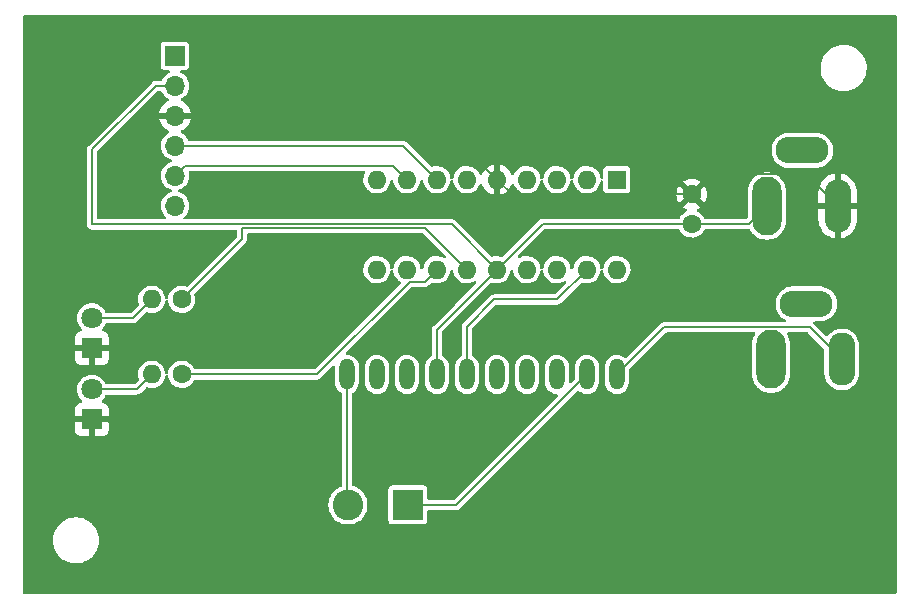
<source format=gtl>
G04 #@! TF.GenerationSoftware,KiCad,Pcbnew,(6.0.11-0)*
G04 #@! TF.CreationDate,2023-06-17T18:40:16+09:00*
G04 #@! TF.ProjectId,TargetSite-Truck,54617267-6574-4536-9974-652d54727563,1*
G04 #@! TF.SameCoordinates,Original*
G04 #@! TF.FileFunction,Copper,L1,Top*
G04 #@! TF.FilePolarity,Positive*
%FSLAX46Y46*%
G04 Gerber Fmt 4.6, Leading zero omitted, Abs format (unit mm)*
G04 Created by KiCad (PCBNEW (6.0.11-0)) date 2023-06-17 18:40:16*
%MOMM*%
%LPD*%
G01*
G04 APERTURE LIST*
G04 #@! TA.AperFunction,ComponentPad*
%ADD10R,1.700000X1.700000*%
G04 #@! TD*
G04 #@! TA.AperFunction,ComponentPad*
%ADD11O,1.700000X1.700000*%
G04 #@! TD*
G04 #@! TA.AperFunction,ComponentPad*
%ADD12R,1.800000X1.800000*%
G04 #@! TD*
G04 #@! TA.AperFunction,ComponentPad*
%ADD13C,1.800000*%
G04 #@! TD*
G04 #@! TA.AperFunction,ComponentPad*
%ADD14C,1.600000*%
G04 #@! TD*
G04 #@! TA.AperFunction,ComponentPad*
%ADD15O,1.600000X1.600000*%
G04 #@! TD*
G04 #@! TA.AperFunction,ComponentPad*
%ADD16O,2.500000X5.000000*%
G04 #@! TD*
G04 #@! TA.AperFunction,ComponentPad*
%ADD17O,2.250000X4.500000*%
G04 #@! TD*
G04 #@! TA.AperFunction,ComponentPad*
%ADD18O,4.500000X2.250000*%
G04 #@! TD*
G04 #@! TA.AperFunction,ComponentPad*
%ADD19R,2.600000X2.600000*%
G04 #@! TD*
G04 #@! TA.AperFunction,ComponentPad*
%ADD20C,2.600000*%
G04 #@! TD*
G04 #@! TA.AperFunction,ComponentPad*
%ADD21O,1.308000X2.616000*%
G04 #@! TD*
G04 #@! TA.AperFunction,ComponentPad*
%ADD22R,1.600000X1.600000*%
G04 #@! TD*
G04 #@! TA.AperFunction,ViaPad*
%ADD23C,0.605000*%
G04 #@! TD*
G04 #@! TA.AperFunction,Conductor*
%ADD24C,0.152400*%
G04 #@! TD*
G04 APERTURE END LIST*
D10*
X143380000Y-83962850D03*
D11*
X143380000Y-86502850D03*
X143380000Y-89042850D03*
X143380000Y-91582850D03*
X143380000Y-94122850D03*
X143380000Y-96662850D03*
D12*
X136350452Y-114760000D03*
D13*
X136350452Y-112220000D03*
D14*
X143950000Y-110950000D03*
D15*
X141410000Y-110950000D03*
D16*
X193500000Y-96675000D03*
D17*
X199500000Y-96675000D03*
D18*
X196500000Y-91975000D03*
D19*
X163107477Y-121994635D03*
D20*
X158027477Y-121994635D03*
D21*
X180800000Y-110950000D03*
X178260000Y-110950000D03*
X175720000Y-110950000D03*
X173180000Y-110950000D03*
X170640000Y-110950000D03*
X168100000Y-110950000D03*
X165560000Y-110950000D03*
X163020000Y-110950000D03*
X160480000Y-110950000D03*
X157940000Y-110950000D03*
D16*
X193850000Y-109675000D03*
D17*
X199850000Y-109675000D03*
D18*
X196850000Y-104975000D03*
D12*
X136350452Y-108710000D03*
D13*
X136350452Y-106170000D03*
D14*
X187150000Y-95700000D03*
X187150000Y-98200000D03*
X143950000Y-104600000D03*
D15*
X141410000Y-104600000D03*
D22*
X180800000Y-94450000D03*
D15*
X178260000Y-94450000D03*
X175720000Y-94450000D03*
X173180000Y-94450000D03*
X170640000Y-94450000D03*
X168100000Y-94450000D03*
X165560000Y-94450000D03*
X163020000Y-94450000D03*
X160480000Y-94450000D03*
X160480000Y-102070000D03*
X163020000Y-102070000D03*
X165560000Y-102070000D03*
X168100000Y-102070000D03*
X170640000Y-102070000D03*
X173180000Y-102070000D03*
X175720000Y-102070000D03*
X178260000Y-102070000D03*
X180800000Y-102070000D03*
D23*
X150320000Y-84280000D03*
X194770000Y-124285000D03*
X183975000Y-119205000D03*
X149050000Y-119205000D03*
X184610000Y-104600000D03*
X157305000Y-103965000D03*
X144605000Y-119205000D03*
X175085000Y-107140000D03*
X190960000Y-90630000D03*
X150320000Y-89995000D03*
X150320000Y-96345000D03*
X153495000Y-124285000D03*
X150320000Y-103965000D03*
X183975000Y-124285000D03*
X175085000Y-124285000D03*
X164925000Y-90630000D03*
X149050000Y-124285000D03*
X164925000Y-104600000D03*
X194770000Y-119205000D03*
X190960000Y-104600000D03*
X164925000Y-84280000D03*
X178260000Y-90630000D03*
X178895000Y-107140000D03*
X157305000Y-96345000D03*
X177625000Y-96345000D03*
X178260000Y-84280000D03*
X175085000Y-119205000D03*
X136350000Y-103965000D03*
X136350000Y-119205000D03*
X162385000Y-107140000D03*
X161750000Y-96345000D03*
X170640000Y-107140000D03*
X144605000Y-124285000D03*
X153495000Y-119205000D03*
X190960000Y-84280000D03*
D24*
X136350000Y-91900000D02*
X136350000Y-98250000D01*
X191975000Y-98200000D02*
X193500000Y-96675000D01*
X166820000Y-98250000D02*
X170640000Y-102070000D01*
X165560000Y-107150000D02*
X170640000Y-102070000D01*
X141747150Y-86502850D02*
X136350000Y-91900000D01*
X187150000Y-98200000D02*
X191975000Y-98200000D01*
X143380000Y-86502850D02*
X141747150Y-86502850D01*
X187150000Y-98200000D02*
X174510000Y-98200000D01*
X174510000Y-98200000D02*
X170640000Y-102070000D01*
X165560000Y-110950000D02*
X165560000Y-107150000D01*
X136350000Y-98250000D02*
X166820000Y-98250000D01*
X170640000Y-94450000D02*
X171890000Y-95700000D01*
X187150000Y-95700000D02*
X188903600Y-93946400D01*
X188903600Y-93946400D02*
X196771400Y-93946400D01*
X165232850Y-89042850D02*
X143380000Y-89042850D01*
X171890000Y-95700000D02*
X187150000Y-95700000D01*
X170640000Y-94450000D02*
X165232850Y-89042850D01*
X196771400Y-93946400D02*
X199500000Y-96675000D01*
X197121400Y-106946400D02*
X184803600Y-106946400D01*
X184803600Y-106946400D02*
X180800000Y-110950000D01*
X199850000Y-109675000D02*
X197121400Y-106946400D01*
X136350452Y-112220000D02*
X140140000Y-112220000D01*
X140140000Y-112220000D02*
X141410000Y-110950000D01*
X178260000Y-110950000D02*
X167215365Y-121994635D01*
X167215365Y-121994635D02*
X163107477Y-121994635D01*
X157940000Y-121907158D02*
X158027477Y-121994635D01*
X157940000Y-110950000D02*
X157940000Y-121907158D01*
X139840000Y-106170000D02*
X141410000Y-104600000D01*
X136350452Y-106170000D02*
X139840000Y-106170000D01*
X162692850Y-91582850D02*
X143380000Y-91582850D01*
X165560000Y-94450000D02*
X162692850Y-91582850D01*
X168100000Y-106900000D02*
X170400000Y-104600000D01*
X170400000Y-104600000D02*
X175730000Y-104600000D01*
X168100000Y-110950000D02*
X168100000Y-106900000D01*
X175730000Y-104600000D02*
X178260000Y-102070000D01*
X161842850Y-93272850D02*
X144230000Y-93272850D01*
X144230000Y-93272850D02*
X143380000Y-94122850D01*
X163020000Y-94450000D02*
X161842850Y-93272850D01*
X155400000Y-110950000D02*
X143950000Y-110950000D01*
X165560000Y-102070000D02*
X164531400Y-103098600D01*
X163251400Y-103098600D02*
X155400000Y-110950000D01*
X164531400Y-103098600D02*
X163251400Y-103098600D01*
X149050000Y-98554800D02*
X149050000Y-99500000D01*
X149050000Y-99500000D02*
X143950000Y-104600000D01*
X168100000Y-102070000D02*
X164584800Y-98554800D01*
X164584800Y-98554800D02*
X149050000Y-98554800D01*
G04 #@! TA.AperFunction,Conductor*
G36*
X204442121Y-80520002D02*
G01*
X204488614Y-80573658D01*
X204500000Y-80626000D01*
X204500000Y-129374000D01*
X204479998Y-129442121D01*
X204426342Y-129488614D01*
X204374000Y-129500000D01*
X130626000Y-129500000D01*
X130557879Y-129479998D01*
X130511386Y-129426342D01*
X130500000Y-129374000D01*
X130500000Y-124969285D01*
X133044759Y-124969285D01*
X133045003Y-124973720D01*
X133045003Y-124973724D01*
X133048384Y-125035147D01*
X133059938Y-125245087D01*
X133113825Y-125515999D01*
X133205347Y-125776616D01*
X133332678Y-126021737D01*
X133335261Y-126025352D01*
X133335265Y-126025358D01*
X133372272Y-126077144D01*
X133493275Y-126246471D01*
X133683936Y-126446335D01*
X133687431Y-126449091D01*
X133687433Y-126449092D01*
X133735469Y-126486960D01*
X133900856Y-126617341D01*
X133962559Y-126653181D01*
X134135853Y-126753839D01*
X134135859Y-126753842D01*
X134139707Y-126756077D01*
X134395723Y-126859774D01*
X134400036Y-126860845D01*
X134400041Y-126860847D01*
X134659475Y-126925291D01*
X134659480Y-126925292D01*
X134663796Y-126926364D01*
X134668224Y-126926818D01*
X134668226Y-126926818D01*
X134743339Y-126934514D01*
X134899370Y-126950500D01*
X135070362Y-126950500D01*
X135275530Y-126935973D01*
X135279885Y-126935035D01*
X135279888Y-126935035D01*
X135541215Y-126878773D01*
X135541217Y-126878773D01*
X135545562Y-126877837D01*
X135804709Y-126782233D01*
X135853185Y-126756077D01*
X136043884Y-126653181D01*
X136047800Y-126651068D01*
X136269984Y-126486960D01*
X136466829Y-126293183D01*
X136634406Y-126073604D01*
X136769373Y-125832604D01*
X136869036Y-125574991D01*
X136931407Y-125305905D01*
X136955241Y-125030715D01*
X136954997Y-125026276D01*
X136940307Y-124759356D01*
X136940306Y-124759349D01*
X136940062Y-124754913D01*
X136886175Y-124484001D01*
X136794653Y-124223384D01*
X136667322Y-123978263D01*
X136664739Y-123974648D01*
X136664735Y-123974642D01*
X136509313Y-123757150D01*
X136509310Y-123757146D01*
X136506725Y-123753529D01*
X136395164Y-123636583D01*
X136319136Y-123556885D01*
X136319134Y-123556883D01*
X136316064Y-123553665D01*
X136312567Y-123550908D01*
X136102639Y-123385414D01*
X136102637Y-123385413D01*
X136099144Y-123382659D01*
X135986609Y-123317294D01*
X135864147Y-123246161D01*
X135864141Y-123246158D01*
X135860293Y-123243923D01*
X135604277Y-123140226D01*
X135599964Y-123139155D01*
X135599959Y-123139153D01*
X135340525Y-123074709D01*
X135340520Y-123074708D01*
X135336204Y-123073636D01*
X135331776Y-123073182D01*
X135331774Y-123073182D01*
X135251573Y-123064965D01*
X135100630Y-123049500D01*
X134929638Y-123049500D01*
X134724470Y-123064027D01*
X134720115Y-123064965D01*
X134720112Y-123064965D01*
X134458785Y-123121227D01*
X134458783Y-123121227D01*
X134454438Y-123122163D01*
X134195291Y-123217767D01*
X134191373Y-123219881D01*
X134142668Y-123246161D01*
X133952200Y-123348932D01*
X133730016Y-123513040D01*
X133533171Y-123706817D01*
X133365594Y-123926396D01*
X133230627Y-124167396D01*
X133130964Y-124425009D01*
X133068593Y-124694095D01*
X133044759Y-124969285D01*
X130500000Y-124969285D01*
X130500000Y-115704669D01*
X134942453Y-115704669D01*
X134942823Y-115711490D01*
X134948347Y-115762352D01*
X134951973Y-115777604D01*
X134997128Y-115898054D01*
X135005666Y-115913649D01*
X135082167Y-116015724D01*
X135094728Y-116028285D01*
X135196803Y-116104786D01*
X135212398Y-116113324D01*
X135332846Y-116158478D01*
X135348101Y-116162105D01*
X135398966Y-116167631D01*
X135405780Y-116168000D01*
X136078337Y-116168000D01*
X136093576Y-116163525D01*
X136094781Y-116162135D01*
X136096452Y-116154452D01*
X136096452Y-116149884D01*
X136604452Y-116149884D01*
X136608927Y-116165123D01*
X136610317Y-116166328D01*
X136618000Y-116167999D01*
X137295121Y-116167999D01*
X137301942Y-116167629D01*
X137352804Y-116162105D01*
X137368056Y-116158479D01*
X137488506Y-116113324D01*
X137504101Y-116104786D01*
X137606176Y-116028285D01*
X137618737Y-116015724D01*
X137695238Y-115913649D01*
X137703776Y-115898054D01*
X137748930Y-115777606D01*
X137752557Y-115762351D01*
X137758083Y-115711486D01*
X137758452Y-115704672D01*
X137758452Y-115032115D01*
X137753977Y-115016876D01*
X137752587Y-115015671D01*
X137744904Y-115014000D01*
X136622567Y-115014000D01*
X136607328Y-115018475D01*
X136606123Y-115019865D01*
X136604452Y-115027548D01*
X136604452Y-116149884D01*
X136096452Y-116149884D01*
X136096452Y-115032115D01*
X136091977Y-115016876D01*
X136090587Y-115015671D01*
X136082904Y-115014000D01*
X134960568Y-115014000D01*
X134945329Y-115018475D01*
X134944124Y-115019865D01*
X134942453Y-115027548D01*
X134942453Y-115704669D01*
X130500000Y-115704669D01*
X130500000Y-114487885D01*
X134942452Y-114487885D01*
X134946927Y-114503124D01*
X134948317Y-114504329D01*
X134956000Y-114506000D01*
X137740336Y-114506000D01*
X137755575Y-114501525D01*
X137756780Y-114500135D01*
X137758451Y-114492452D01*
X137758451Y-113815331D01*
X137758081Y-113808510D01*
X137752557Y-113757648D01*
X137748931Y-113742396D01*
X137703776Y-113621946D01*
X137695238Y-113606351D01*
X137618737Y-113504276D01*
X137606176Y-113491715D01*
X137504101Y-113415214D01*
X137488506Y-113406676D01*
X137368058Y-113361522D01*
X137352803Y-113357895D01*
X137301938Y-113352369D01*
X137295124Y-113352000D01*
X137291117Y-113352000D01*
X137222996Y-113331998D01*
X137176503Y-113278342D01*
X137166399Y-113208068D01*
X137195893Y-113143488D01*
X137202022Y-113136905D01*
X137312050Y-113026877D01*
X137437554Y-112847638D01*
X137497330Y-112719449D01*
X137544246Y-112666165D01*
X137611524Y-112646700D01*
X140107190Y-112646700D01*
X140121998Y-112647573D01*
X140153555Y-112651308D01*
X140162817Y-112649616D01*
X140162826Y-112649616D01*
X140208152Y-112641337D01*
X140212060Y-112640686D01*
X140214089Y-112640381D01*
X140266884Y-112632444D01*
X140273048Y-112629484D01*
X140279777Y-112628255D01*
X140329015Y-112602678D01*
X140332531Y-112600921D01*
X140374059Y-112580980D01*
X140374063Y-112580978D01*
X140382550Y-112576902D01*
X140387572Y-112572259D01*
X140393641Y-112569107D01*
X140398419Y-112565026D01*
X140433594Y-112529851D01*
X140437160Y-112526421D01*
X140446973Y-112517350D01*
X140476771Y-112489805D01*
X140480310Y-112483713D01*
X140485269Y-112478176D01*
X140895775Y-112067670D01*
X140958087Y-112033644D01*
X141034604Y-112040996D01*
X141047638Y-112046595D01*
X141047643Y-112046597D01*
X141052953Y-112048878D01*
X141153577Y-112071647D01*
X141253550Y-112094269D01*
X141253553Y-112094269D01*
X141259186Y-112095544D01*
X141264957Y-112095771D01*
X141264959Y-112095771D01*
X141326989Y-112098208D01*
X141470470Y-112103846D01*
X141476179Y-112103018D01*
X141476183Y-112103018D01*
X141674015Y-112074333D01*
X141674019Y-112074332D01*
X141679730Y-112073504D01*
X141791136Y-112035687D01*
X141874483Y-112007395D01*
X141874488Y-112007393D01*
X141879955Y-112005537D01*
X141886230Y-112002023D01*
X142059395Y-111905046D01*
X142059399Y-111905043D01*
X142064442Y-111902219D01*
X142227012Y-111767012D01*
X142362219Y-111604442D01*
X142365043Y-111599399D01*
X142365046Y-111599395D01*
X142462713Y-111424998D01*
X142462714Y-111424996D01*
X142465537Y-111419955D01*
X142467393Y-111414488D01*
X142467395Y-111414483D01*
X142531647Y-111225200D01*
X142533504Y-111219730D01*
X142534333Y-111214015D01*
X142555090Y-111070860D01*
X142584660Y-111006315D01*
X142644432Y-110968003D01*
X142715429Y-110968087D01*
X142775109Y-111006542D01*
X142804525Y-111071158D01*
X142805515Y-111080695D01*
X142808796Y-111130749D01*
X142810217Y-111136345D01*
X142810218Y-111136350D01*
X142854569Y-111310980D01*
X142860845Y-111335690D01*
X142863262Y-111340933D01*
X142873092Y-111362256D01*
X142949369Y-111527714D01*
X143071405Y-111700391D01*
X143222865Y-111847937D01*
X143227661Y-111851142D01*
X143227664Y-111851144D01*
X143353849Y-111935458D01*
X143398677Y-111965411D01*
X143403985Y-111967692D01*
X143403986Y-111967692D01*
X143587650Y-112046600D01*
X143587653Y-112046601D01*
X143592953Y-112048878D01*
X143598582Y-112050152D01*
X143598583Y-112050152D01*
X143793550Y-112094269D01*
X143793553Y-112094269D01*
X143799186Y-112095544D01*
X143804957Y-112095771D01*
X143804959Y-112095771D01*
X143866989Y-112098208D01*
X144010470Y-112103846D01*
X144016179Y-112103018D01*
X144016183Y-112103018D01*
X144214015Y-112074333D01*
X144214019Y-112074332D01*
X144219730Y-112073504D01*
X144331136Y-112035687D01*
X144414483Y-112007395D01*
X144414488Y-112007393D01*
X144419955Y-112005537D01*
X144426230Y-112002023D01*
X144599395Y-111905046D01*
X144599399Y-111905043D01*
X144604442Y-111902219D01*
X144767012Y-111767012D01*
X144902219Y-111604442D01*
X144993676Y-111441134D01*
X145044413Y-111391472D01*
X145103610Y-111376700D01*
X155367190Y-111376700D01*
X155381998Y-111377573D01*
X155413555Y-111381308D01*
X155422817Y-111379616D01*
X155422826Y-111379616D01*
X155468152Y-111371337D01*
X155472060Y-111370686D01*
X155474089Y-111370381D01*
X155526884Y-111362444D01*
X155533048Y-111359484D01*
X155539777Y-111358255D01*
X155589015Y-111332678D01*
X155592531Y-111330921D01*
X155634059Y-111310980D01*
X155634063Y-111310978D01*
X155642550Y-111306902D01*
X155647572Y-111302259D01*
X155653641Y-111299107D01*
X155658419Y-111295026D01*
X155693594Y-111259851D01*
X155697160Y-111256421D01*
X155729856Y-111226197D01*
X155736771Y-111219805D01*
X155740310Y-111213713D01*
X155745269Y-111208176D01*
X156720405Y-110233040D01*
X156782717Y-110199014D01*
X156853532Y-110204079D01*
X156910368Y-110246626D01*
X156935179Y-110313146D01*
X156935500Y-110322135D01*
X156935500Y-111654997D01*
X156935823Y-111658176D01*
X156949256Y-111790421D01*
X156950942Y-111807024D01*
X157011967Y-112001755D01*
X157015065Y-112007344D01*
X157029390Y-112033187D01*
X157110902Y-112180238D01*
X157243705Y-112335182D01*
X157336711Y-112407325D01*
X157391701Y-112449979D01*
X157404951Y-112460257D01*
X157442930Y-112478945D01*
X157495220Y-112526966D01*
X157513300Y-112591999D01*
X157513300Y-120336935D01*
X157493298Y-120405056D01*
X157435519Y-120453343D01*
X157352382Y-120487780D01*
X157280423Y-120517586D01*
X157280419Y-120517588D01*
X157275849Y-120519481D01*
X157054337Y-120655223D01*
X156856788Y-120823946D01*
X156688065Y-121021495D01*
X156552323Y-121243007D01*
X156452904Y-121483025D01*
X156451749Y-121487837D01*
X156393411Y-121730828D01*
X156393410Y-121730834D01*
X156392256Y-121735641D01*
X156371873Y-121994635D01*
X156392256Y-122253629D01*
X156393410Y-122258436D01*
X156393411Y-122258442D01*
X156413890Y-122343742D01*
X156452904Y-122506245D01*
X156552323Y-122746263D01*
X156688065Y-122967775D01*
X156856788Y-123165324D01*
X157054337Y-123334047D01*
X157275849Y-123469789D01*
X157280419Y-123471682D01*
X157280423Y-123471684D01*
X157511294Y-123567314D01*
X157515867Y-123569208D01*
X157577180Y-123583928D01*
X157763670Y-123628701D01*
X157763676Y-123628702D01*
X157768483Y-123629856D01*
X158027477Y-123650239D01*
X158286471Y-123629856D01*
X158291278Y-123628702D01*
X158291284Y-123628701D01*
X158477774Y-123583928D01*
X158539087Y-123569208D01*
X158543660Y-123567314D01*
X158774531Y-123471684D01*
X158774535Y-123471682D01*
X158779105Y-123469789D01*
X159000617Y-123334047D01*
X159007869Y-123327853D01*
X161456977Y-123327853D01*
X161457647Y-123332403D01*
X161457647Y-123332406D01*
X161465693Y-123387061D01*
X161467119Y-123396747D01*
X161471435Y-123405537D01*
X161502981Y-123469789D01*
X161518545Y-123501490D01*
X161601127Y-123583928D01*
X161705959Y-123635171D01*
X161736450Y-123639619D01*
X161769733Y-123644475D01*
X161769737Y-123644475D01*
X161774259Y-123645135D01*
X164440695Y-123645135D01*
X164445245Y-123644465D01*
X164445248Y-123644465D01*
X164499903Y-123636419D01*
X164499904Y-123636419D01*
X164509589Y-123634993D01*
X164604281Y-123588502D01*
X164604984Y-123588157D01*
X164604986Y-123588156D01*
X164614332Y-123583567D01*
X164655750Y-123542077D01*
X164689412Y-123508356D01*
X164689412Y-123508355D01*
X164696770Y-123500985D01*
X164748013Y-123396153D01*
X164756697Y-123336629D01*
X164757317Y-123332379D01*
X164757317Y-123332375D01*
X164757977Y-123327853D01*
X164757977Y-122547335D01*
X164777979Y-122479214D01*
X164831635Y-122432721D01*
X164883977Y-122421335D01*
X167182555Y-122421335D01*
X167197363Y-122422208D01*
X167228920Y-122425943D01*
X167238182Y-122424251D01*
X167238191Y-122424251D01*
X167283517Y-122415972D01*
X167287425Y-122415321D01*
X167289454Y-122415016D01*
X167342249Y-122407079D01*
X167348413Y-122404119D01*
X167355142Y-122402890D01*
X167404380Y-122377313D01*
X167407896Y-122375556D01*
X167449424Y-122355615D01*
X167449428Y-122355613D01*
X167457915Y-122351537D01*
X167462937Y-122346894D01*
X167469006Y-122343742D01*
X167473784Y-122339661D01*
X167508959Y-122304486D01*
X167512525Y-122301056D01*
X167545221Y-122270832D01*
X167552136Y-122264440D01*
X167555675Y-122258348D01*
X167560634Y-122252811D01*
X177437039Y-112376406D01*
X177499351Y-112342380D01*
X177570166Y-112347445D01*
X177603360Y-112365942D01*
X177714142Y-112451873D01*
X177724951Y-112460257D01*
X177730673Y-112463072D01*
X177730672Y-112463072D01*
X177902332Y-112547540D01*
X177902337Y-112547542D01*
X177908054Y-112550355D01*
X177914227Y-112551963D01*
X177914230Y-112551964D01*
X178020919Y-112579754D01*
X178105533Y-112601794D01*
X178207428Y-112607134D01*
X178302942Y-112612141D01*
X178302946Y-112612141D01*
X178309323Y-112612475D01*
X178511097Y-112581959D01*
X178702615Y-112511494D01*
X178876051Y-112403959D01*
X179024323Y-112263746D01*
X179040228Y-112241032D01*
X179137708Y-112101815D01*
X179137709Y-112101814D01*
X179141372Y-112096582D01*
X179222418Y-111909297D01*
X179264149Y-111709540D01*
X179264500Y-111702842D01*
X179264500Y-111654997D01*
X179795500Y-111654997D01*
X179795823Y-111658176D01*
X179809256Y-111790421D01*
X179810942Y-111807024D01*
X179871967Y-112001755D01*
X179875065Y-112007344D01*
X179889390Y-112033187D01*
X179970902Y-112180238D01*
X180103705Y-112335182D01*
X180264951Y-112460257D01*
X180270673Y-112463072D01*
X180270672Y-112463072D01*
X180442332Y-112547540D01*
X180442337Y-112547542D01*
X180448054Y-112550355D01*
X180454227Y-112551963D01*
X180454230Y-112551964D01*
X180560919Y-112579754D01*
X180645533Y-112601794D01*
X180747428Y-112607134D01*
X180842942Y-112612141D01*
X180842946Y-112612141D01*
X180849323Y-112612475D01*
X181051097Y-112581959D01*
X181242615Y-112511494D01*
X181416051Y-112403959D01*
X181564323Y-112263746D01*
X181580228Y-112241032D01*
X181677708Y-112101815D01*
X181677709Y-112101814D01*
X181681372Y-112096582D01*
X181762418Y-111909297D01*
X181804149Y-111709540D01*
X181804500Y-111702842D01*
X181804500Y-110601135D01*
X181824502Y-110533014D01*
X181841405Y-110512040D01*
X184943440Y-107410005D01*
X185005752Y-107375979D01*
X185032535Y-107373100D01*
X192392504Y-107373100D01*
X192460625Y-107393102D01*
X192507118Y-107446758D01*
X192517222Y-107517032D01*
X192499937Y-107564935D01*
X192452210Y-107642819D01*
X192419534Y-107696141D01*
X192417641Y-107700711D01*
X192417639Y-107700715D01*
X192325021Y-107924316D01*
X192323127Y-107928889D01*
X192264317Y-108173852D01*
X192263929Y-108178786D01*
X192253745Y-108308187D01*
X192249500Y-108362118D01*
X192249500Y-110987882D01*
X192249693Y-110990330D01*
X192249693Y-110990339D01*
X192253818Y-111042748D01*
X192264317Y-111176148D01*
X192265471Y-111180955D01*
X192265472Y-111180961D01*
X192295708Y-111306902D01*
X192323127Y-111421111D01*
X192325020Y-111425682D01*
X192325021Y-111425684D01*
X192391780Y-111586854D01*
X192419534Y-111653859D01*
X192551164Y-111868659D01*
X192554376Y-111872419D01*
X192554379Y-111872424D01*
X192665657Y-112002713D01*
X192714776Y-112060224D01*
X192718538Y-112063437D01*
X192902576Y-112220621D01*
X192902581Y-112220624D01*
X192906341Y-112223836D01*
X193121141Y-112355466D01*
X193125711Y-112357359D01*
X193125715Y-112357361D01*
X193349316Y-112449979D01*
X193353889Y-112451873D01*
X193438289Y-112472135D01*
X193594039Y-112509528D01*
X193594045Y-112509529D01*
X193598852Y-112510683D01*
X193850000Y-112530449D01*
X194101148Y-112510683D01*
X194105955Y-112509529D01*
X194105961Y-112509528D01*
X194261711Y-112472135D01*
X194346111Y-112451873D01*
X194350684Y-112449979D01*
X194574285Y-112357361D01*
X194574289Y-112357359D01*
X194578859Y-112355466D01*
X194793659Y-112223836D01*
X194797419Y-112220624D01*
X194797424Y-112220621D01*
X194981462Y-112063437D01*
X194985224Y-112060224D01*
X195034343Y-112002713D01*
X195145621Y-111872424D01*
X195145624Y-111872419D01*
X195148836Y-111868659D01*
X195280466Y-111653859D01*
X195308221Y-111586854D01*
X195374979Y-111425684D01*
X195374980Y-111425682D01*
X195376873Y-111421111D01*
X195404292Y-111306902D01*
X195434528Y-111180961D01*
X195434529Y-111180955D01*
X195435683Y-111176148D01*
X195446182Y-111042748D01*
X195450307Y-110990339D01*
X195450307Y-110990330D01*
X195450500Y-110987882D01*
X195450500Y-108362118D01*
X195446256Y-108308187D01*
X195436071Y-108178786D01*
X195435683Y-108173852D01*
X195376873Y-107928889D01*
X195374979Y-107924316D01*
X195282361Y-107700715D01*
X195282359Y-107700711D01*
X195280466Y-107696141D01*
X195247790Y-107642819D01*
X195200063Y-107564935D01*
X195181525Y-107496401D01*
X195202981Y-107428725D01*
X195257621Y-107383392D01*
X195307496Y-107373100D01*
X196892465Y-107373100D01*
X196960586Y-107393102D01*
X196981560Y-107410005D01*
X198337595Y-108766040D01*
X198371621Y-108828352D01*
X198374500Y-108855135D01*
X198374500Y-110861508D01*
X198374712Y-110864081D01*
X198374712Y-110864092D01*
X198388900Y-111036662D01*
X198388901Y-111036668D01*
X198389324Y-111041813D01*
X198390583Y-111046824D01*
X198443230Y-111256421D01*
X198448432Y-111277133D01*
X198450490Y-111281866D01*
X198450491Y-111281869D01*
X198519742Y-111441134D01*
X198545180Y-111499638D01*
X198676970Y-111703355D01*
X198680449Y-111707178D01*
X198680451Y-111707181D01*
X198836785Y-111878989D01*
X198840263Y-111882811D01*
X198844314Y-111886010D01*
X198844318Y-111886014D01*
X198940788Y-111962201D01*
X199030672Y-112033187D01*
X199243086Y-112150446D01*
X199367040Y-112194340D01*
X199466923Y-112229711D01*
X199466927Y-112229712D01*
X199471798Y-112231437D01*
X199476891Y-112232344D01*
X199476894Y-112232345D01*
X199705578Y-112273080D01*
X199705584Y-112273081D01*
X199710667Y-112273986D01*
X199790442Y-112274961D01*
X199948108Y-112276887D01*
X199948110Y-112276887D01*
X199953278Y-112276950D01*
X200193116Y-112240250D01*
X200423739Y-112164871D01*
X200599253Y-112073504D01*
X200634365Y-112055226D01*
X200634366Y-112055225D01*
X200638954Y-112052837D01*
X200643087Y-112049734D01*
X200643090Y-112049732D01*
X200828846Y-111910263D01*
X200828849Y-111910261D01*
X200832981Y-111907158D01*
X201000609Y-111731745D01*
X201017366Y-111707181D01*
X201134418Y-111535588D01*
X201137337Y-111531309D01*
X201211758Y-111370982D01*
X201237313Y-111315929D01*
X201237314Y-111315925D01*
X201239492Y-111311234D01*
X201304332Y-111077429D01*
X201314390Y-110983314D01*
X201325144Y-110882691D01*
X201325144Y-110882683D01*
X201325500Y-110879356D01*
X201325500Y-108488492D01*
X201322829Y-108456000D01*
X201311100Y-108313338D01*
X201311099Y-108313332D01*
X201310676Y-108308187D01*
X201251568Y-108072867D01*
X201154820Y-107850362D01*
X201023030Y-107646645D01*
X200948680Y-107564935D01*
X200863215Y-107471011D01*
X200863213Y-107471010D01*
X200859737Y-107467189D01*
X200855686Y-107463990D01*
X200855682Y-107463986D01*
X200673386Y-107320018D01*
X200669328Y-107316813D01*
X200456914Y-107199554D01*
X200257492Y-107128935D01*
X200233077Y-107120289D01*
X200233073Y-107120288D01*
X200228202Y-107118563D01*
X200223109Y-107117656D01*
X200223106Y-107117655D01*
X199994422Y-107076920D01*
X199994416Y-107076919D01*
X199989333Y-107076014D01*
X199909558Y-107075039D01*
X199751892Y-107073113D01*
X199751890Y-107073113D01*
X199746722Y-107073050D01*
X199506884Y-107109750D01*
X199276261Y-107185129D01*
X199248551Y-107199554D01*
X199090178Y-107281998D01*
X199061046Y-107297163D01*
X199056913Y-107300266D01*
X199056910Y-107300268D01*
X198890413Y-107425277D01*
X198867019Y-107442842D01*
X198699391Y-107618255D01*
X198696478Y-107622525D01*
X198696475Y-107622529D01*
X198662320Y-107672599D01*
X198607409Y-107717603D01*
X198536884Y-107725775D01*
X198469136Y-107690691D01*
X197446323Y-106667878D01*
X197436473Y-106656795D01*
X197434673Y-106654512D01*
X197408204Y-106588634D01*
X197421553Y-106518904D01*
X197470481Y-106467460D01*
X197533618Y-106450500D01*
X198036508Y-106450500D01*
X198039081Y-106450288D01*
X198039092Y-106450288D01*
X198211662Y-106436100D01*
X198211668Y-106436099D01*
X198216813Y-106435676D01*
X198334473Y-106406122D01*
X198447122Y-106377827D01*
X198447126Y-106377826D01*
X198452133Y-106376568D01*
X198456866Y-106374510D01*
X198456869Y-106374509D01*
X198669901Y-106281880D01*
X198669904Y-106281878D01*
X198674638Y-106279820D01*
X198878355Y-106148030D01*
X198902996Y-106125609D01*
X199053989Y-105988215D01*
X199053990Y-105988213D01*
X199057811Y-105984737D01*
X199061010Y-105980686D01*
X199061014Y-105980682D01*
X199204982Y-105798386D01*
X199208187Y-105794328D01*
X199325446Y-105581914D01*
X199406437Y-105353202D01*
X199407778Y-105345676D01*
X199448080Y-105119422D01*
X199448081Y-105119416D01*
X199448986Y-105114333D01*
X199451005Y-104949107D01*
X199451887Y-104876892D01*
X199451887Y-104876890D01*
X199451950Y-104871722D01*
X199415250Y-104631884D01*
X199339871Y-104401261D01*
X199258457Y-104244867D01*
X199230226Y-104190635D01*
X199230225Y-104190634D01*
X199227837Y-104186046D01*
X199216106Y-104170421D01*
X199085263Y-103996154D01*
X199085261Y-103996151D01*
X199082158Y-103992019D01*
X198906745Y-103824391D01*
X198706309Y-103687663D01*
X198596271Y-103636585D01*
X198490929Y-103587687D01*
X198490925Y-103587686D01*
X198486234Y-103585508D01*
X198252429Y-103520668D01*
X198242267Y-103519582D01*
X198057691Y-103499856D01*
X198057683Y-103499856D01*
X198054356Y-103499500D01*
X195663492Y-103499500D01*
X195660919Y-103499712D01*
X195660908Y-103499712D01*
X195488338Y-103513900D01*
X195488332Y-103513901D01*
X195483187Y-103514324D01*
X195365527Y-103543878D01*
X195252878Y-103572173D01*
X195252874Y-103572174D01*
X195247867Y-103573432D01*
X195243134Y-103575490D01*
X195243131Y-103575491D01*
X195030099Y-103668120D01*
X195030096Y-103668122D01*
X195025362Y-103670180D01*
X194821645Y-103801970D01*
X194817822Y-103805449D01*
X194817819Y-103805451D01*
X194793080Y-103827962D01*
X194642189Y-103965263D01*
X194638990Y-103969314D01*
X194638986Y-103969318D01*
X194617685Y-103996290D01*
X194491813Y-104155672D01*
X194374554Y-104368086D01*
X194364954Y-104395197D01*
X194295555Y-104591174D01*
X194293563Y-104596798D01*
X194292656Y-104601891D01*
X194292655Y-104601894D01*
X194259799Y-104786350D01*
X194251014Y-104835667D01*
X194250951Y-104840830D01*
X194248219Y-105064483D01*
X194248050Y-105078278D01*
X194284750Y-105318116D01*
X194360129Y-105548739D01*
X194362519Y-105553330D01*
X194462698Y-105745771D01*
X194472163Y-105763954D01*
X194475266Y-105768087D01*
X194475268Y-105768090D01*
X194614737Y-105953846D01*
X194617842Y-105957981D01*
X194793255Y-106125609D01*
X194993691Y-106262337D01*
X194998380Y-106264513D01*
X194998386Y-106264517D01*
X195030476Y-106279412D01*
X195083843Y-106326236D01*
X195103424Y-106394480D01*
X195083000Y-106462475D01*
X195029058Y-106508635D01*
X194977426Y-106519700D01*
X184836402Y-106519700D01*
X184821592Y-106518827D01*
X184790045Y-106515093D01*
X184780781Y-106516785D01*
X184780778Y-106516785D01*
X184735478Y-106525058D01*
X184731575Y-106525708D01*
X184686025Y-106532556D01*
X184686022Y-106532557D01*
X184676716Y-106533956D01*
X184670551Y-106536916D01*
X184663823Y-106538145D01*
X184614585Y-106563722D01*
X184611069Y-106565479D01*
X184569541Y-106585420D01*
X184569537Y-106585422D01*
X184561050Y-106589498D01*
X184556028Y-106594141D01*
X184549959Y-106597293D01*
X184545181Y-106601374D01*
X184510006Y-106636549D01*
X184506441Y-106639978D01*
X184466829Y-106676595D01*
X184463290Y-106682687D01*
X184458331Y-106688224D01*
X181622961Y-109523594D01*
X181560649Y-109557620D01*
X181489834Y-109552555D01*
X181456640Y-109534058D01*
X181340094Y-109443656D01*
X181340088Y-109443652D01*
X181335049Y-109439743D01*
X181226439Y-109386300D01*
X181157668Y-109352460D01*
X181157663Y-109352458D01*
X181151946Y-109349645D01*
X181145773Y-109348037D01*
X181145770Y-109348036D01*
X180994017Y-109308508D01*
X180954467Y-109298206D01*
X180852572Y-109292865D01*
X180757058Y-109287859D01*
X180757054Y-109287859D01*
X180750677Y-109287525D01*
X180548903Y-109318041D01*
X180357385Y-109388506D01*
X180183949Y-109496041D01*
X180035677Y-109636254D01*
X180032015Y-109641484D01*
X180032014Y-109641485D01*
X179922292Y-109798185D01*
X179918628Y-109803418D01*
X179837582Y-109990703D01*
X179795851Y-110190460D01*
X179795500Y-110197158D01*
X179795500Y-111654997D01*
X179264500Y-111654997D01*
X179264500Y-110245003D01*
X179255323Y-110154655D01*
X179249703Y-110099324D01*
X179249703Y-110099322D01*
X179249058Y-110092976D01*
X179188033Y-109898245D01*
X179089098Y-109719762D01*
X178956295Y-109564818D01*
X178795049Y-109439743D01*
X178686439Y-109386300D01*
X178617668Y-109352460D01*
X178617663Y-109352458D01*
X178611946Y-109349645D01*
X178605773Y-109348037D01*
X178605770Y-109348036D01*
X178454017Y-109308508D01*
X178414467Y-109298206D01*
X178312572Y-109292865D01*
X178217058Y-109287859D01*
X178217054Y-109287859D01*
X178210677Y-109287525D01*
X178008903Y-109318041D01*
X177817385Y-109388506D01*
X177643949Y-109496041D01*
X177495677Y-109636254D01*
X177492015Y-109641484D01*
X177492014Y-109641485D01*
X177382292Y-109798185D01*
X177378628Y-109803418D01*
X177297582Y-109990703D01*
X177255851Y-110190460D01*
X177255500Y-110197158D01*
X177255500Y-111298865D01*
X177235498Y-111366986D01*
X177218595Y-111387960D01*
X176939595Y-111666960D01*
X176877283Y-111700986D01*
X176806468Y-111695921D01*
X176749632Y-111653374D01*
X176724821Y-111586854D01*
X176724500Y-111577865D01*
X176724500Y-110245003D01*
X176715323Y-110154655D01*
X176709703Y-110099324D01*
X176709703Y-110099322D01*
X176709058Y-110092976D01*
X176648033Y-109898245D01*
X176549098Y-109719762D01*
X176416295Y-109564818D01*
X176255049Y-109439743D01*
X176146439Y-109386300D01*
X176077668Y-109352460D01*
X176077663Y-109352458D01*
X176071946Y-109349645D01*
X176065773Y-109348037D01*
X176065770Y-109348036D01*
X175914017Y-109308508D01*
X175874467Y-109298206D01*
X175772572Y-109292865D01*
X175677058Y-109287859D01*
X175677054Y-109287859D01*
X175670677Y-109287525D01*
X175468903Y-109318041D01*
X175277385Y-109388506D01*
X175103949Y-109496041D01*
X174955677Y-109636254D01*
X174952015Y-109641484D01*
X174952014Y-109641485D01*
X174842292Y-109798185D01*
X174838628Y-109803418D01*
X174757582Y-109990703D01*
X174715851Y-110190460D01*
X174715500Y-110197158D01*
X174715500Y-111654997D01*
X174715823Y-111658176D01*
X174729256Y-111790421D01*
X174730942Y-111807024D01*
X174791967Y-112001755D01*
X174795065Y-112007344D01*
X174809390Y-112033187D01*
X174890902Y-112180238D01*
X175023705Y-112335182D01*
X175184951Y-112460257D01*
X175190673Y-112463072D01*
X175190672Y-112463072D01*
X175362332Y-112547540D01*
X175362337Y-112547542D01*
X175368054Y-112550355D01*
X175374227Y-112551963D01*
X175374230Y-112551964D01*
X175480919Y-112579754D01*
X175565533Y-112601794D01*
X175700278Y-112608856D01*
X175767257Y-112632396D01*
X175810878Y-112688411D01*
X175817290Y-112759118D01*
X175782777Y-112823778D01*
X167075525Y-121531030D01*
X167013213Y-121565056D01*
X166986430Y-121567935D01*
X164883977Y-121567935D01*
X164815856Y-121547933D01*
X164769363Y-121494277D01*
X164757977Y-121441935D01*
X164757977Y-120661417D01*
X164749348Y-120602797D01*
X164749261Y-120602209D01*
X164749261Y-120602208D01*
X164747835Y-120592523D01*
X164713243Y-120522067D01*
X164700999Y-120497128D01*
X164700998Y-120497126D01*
X164696409Y-120487780D01*
X164613827Y-120405342D01*
X164508995Y-120354099D01*
X164478504Y-120349651D01*
X164445221Y-120344795D01*
X164445217Y-120344795D01*
X164440695Y-120344135D01*
X161774259Y-120344135D01*
X161769709Y-120344805D01*
X161769706Y-120344805D01*
X161715051Y-120352851D01*
X161715050Y-120352851D01*
X161705365Y-120354277D01*
X161655672Y-120378675D01*
X161609970Y-120401113D01*
X161609968Y-120401114D01*
X161600622Y-120405703D01*
X161518184Y-120488285D01*
X161466941Y-120593117D01*
X161465529Y-120602797D01*
X161457881Y-120655223D01*
X161456977Y-120661417D01*
X161456977Y-123327853D01*
X159007869Y-123327853D01*
X159198166Y-123165324D01*
X159366889Y-122967775D01*
X159502631Y-122746263D01*
X159602050Y-122506245D01*
X159641064Y-122343742D01*
X159661543Y-122258442D01*
X159661544Y-122258436D01*
X159662698Y-122253629D01*
X159683081Y-121994635D01*
X159662698Y-121735641D01*
X159661544Y-121730834D01*
X159661543Y-121730828D01*
X159603205Y-121487837D01*
X159602050Y-121483025D01*
X159502631Y-121243007D01*
X159366889Y-121021495D01*
X159198166Y-120823946D01*
X159000617Y-120655223D01*
X158779105Y-120519481D01*
X158774535Y-120517588D01*
X158774531Y-120517586D01*
X158543660Y-120421956D01*
X158543658Y-120421955D01*
X158539087Y-120420062D01*
X158463285Y-120401863D01*
X158401717Y-120366512D01*
X158369034Y-120303485D01*
X158366700Y-120279345D01*
X158366700Y-112591492D01*
X158386702Y-112523371D01*
X158426303Y-112484406D01*
X158556051Y-112403959D01*
X158704323Y-112263746D01*
X158720228Y-112241032D01*
X158817708Y-112101815D01*
X158817709Y-112101814D01*
X158821372Y-112096582D01*
X158902418Y-111909297D01*
X158944149Y-111709540D01*
X158944500Y-111702842D01*
X158944500Y-111654997D01*
X159475500Y-111654997D01*
X159475823Y-111658176D01*
X159489256Y-111790421D01*
X159490942Y-111807024D01*
X159551967Y-112001755D01*
X159555065Y-112007344D01*
X159569390Y-112033187D01*
X159650902Y-112180238D01*
X159783705Y-112335182D01*
X159944951Y-112460257D01*
X159950673Y-112463072D01*
X159950672Y-112463072D01*
X160122332Y-112547540D01*
X160122337Y-112547542D01*
X160128054Y-112550355D01*
X160134227Y-112551963D01*
X160134230Y-112551964D01*
X160240919Y-112579754D01*
X160325533Y-112601794D01*
X160427428Y-112607134D01*
X160522942Y-112612141D01*
X160522946Y-112612141D01*
X160529323Y-112612475D01*
X160731097Y-112581959D01*
X160922615Y-112511494D01*
X161096051Y-112403959D01*
X161244323Y-112263746D01*
X161260228Y-112241032D01*
X161357708Y-112101815D01*
X161357709Y-112101814D01*
X161361372Y-112096582D01*
X161442418Y-111909297D01*
X161484149Y-111709540D01*
X161484500Y-111702842D01*
X161484500Y-111654997D01*
X162015500Y-111654997D01*
X162015823Y-111658176D01*
X162029256Y-111790421D01*
X162030942Y-111807024D01*
X162091967Y-112001755D01*
X162095065Y-112007344D01*
X162109390Y-112033187D01*
X162190902Y-112180238D01*
X162323705Y-112335182D01*
X162484951Y-112460257D01*
X162490673Y-112463072D01*
X162490672Y-112463072D01*
X162662332Y-112547540D01*
X162662337Y-112547542D01*
X162668054Y-112550355D01*
X162674227Y-112551963D01*
X162674230Y-112551964D01*
X162780919Y-112579754D01*
X162865533Y-112601794D01*
X162967428Y-112607134D01*
X163062942Y-112612141D01*
X163062946Y-112612141D01*
X163069323Y-112612475D01*
X163271097Y-112581959D01*
X163462615Y-112511494D01*
X163636051Y-112403959D01*
X163784323Y-112263746D01*
X163800228Y-112241032D01*
X163897708Y-112101815D01*
X163897709Y-112101814D01*
X163901372Y-112096582D01*
X163982418Y-111909297D01*
X164024149Y-111709540D01*
X164024500Y-111702842D01*
X164024500Y-110245003D01*
X164015323Y-110154655D01*
X164009703Y-110099324D01*
X164009703Y-110099322D01*
X164009058Y-110092976D01*
X163948033Y-109898245D01*
X163849098Y-109719762D01*
X163716295Y-109564818D01*
X163555049Y-109439743D01*
X163446439Y-109386300D01*
X163377668Y-109352460D01*
X163377663Y-109352458D01*
X163371946Y-109349645D01*
X163365773Y-109348037D01*
X163365770Y-109348036D01*
X163214017Y-109308508D01*
X163174467Y-109298206D01*
X163072572Y-109292865D01*
X162977058Y-109287859D01*
X162977054Y-109287859D01*
X162970677Y-109287525D01*
X162768903Y-109318041D01*
X162577385Y-109388506D01*
X162403949Y-109496041D01*
X162255677Y-109636254D01*
X162252015Y-109641484D01*
X162252014Y-109641485D01*
X162142292Y-109798185D01*
X162138628Y-109803418D01*
X162057582Y-109990703D01*
X162015851Y-110190460D01*
X162015500Y-110197158D01*
X162015500Y-111654997D01*
X161484500Y-111654997D01*
X161484500Y-110245003D01*
X161475323Y-110154655D01*
X161469703Y-110099324D01*
X161469703Y-110099322D01*
X161469058Y-110092976D01*
X161408033Y-109898245D01*
X161309098Y-109719762D01*
X161176295Y-109564818D01*
X161015049Y-109439743D01*
X160906439Y-109386300D01*
X160837668Y-109352460D01*
X160837663Y-109352458D01*
X160831946Y-109349645D01*
X160825773Y-109348037D01*
X160825770Y-109348036D01*
X160674017Y-109308508D01*
X160634467Y-109298206D01*
X160532572Y-109292865D01*
X160437058Y-109287859D01*
X160437054Y-109287859D01*
X160430677Y-109287525D01*
X160228903Y-109318041D01*
X160037385Y-109388506D01*
X159863949Y-109496041D01*
X159715677Y-109636254D01*
X159712015Y-109641484D01*
X159712014Y-109641485D01*
X159602292Y-109798185D01*
X159598628Y-109803418D01*
X159517582Y-109990703D01*
X159475851Y-110190460D01*
X159475500Y-110197158D01*
X159475500Y-111654997D01*
X158944500Y-111654997D01*
X158944500Y-110245003D01*
X158935323Y-110154655D01*
X158929703Y-110099324D01*
X158929703Y-110099322D01*
X158929058Y-110092976D01*
X158868033Y-109898245D01*
X158769098Y-109719762D01*
X158636295Y-109564818D01*
X158475049Y-109439743D01*
X158366439Y-109386300D01*
X158297668Y-109352460D01*
X158297663Y-109352458D01*
X158291946Y-109349645D01*
X158285773Y-109348037D01*
X158285770Y-109348036D01*
X158134017Y-109308508D01*
X158094467Y-109298206D01*
X157959722Y-109291144D01*
X157892743Y-109267604D01*
X157849122Y-109211589D01*
X157842710Y-109140882D01*
X157877223Y-109076222D01*
X163391240Y-103562205D01*
X163453552Y-103528179D01*
X163480335Y-103525300D01*
X164498590Y-103525300D01*
X164513398Y-103526173D01*
X164544955Y-103529908D01*
X164554217Y-103528216D01*
X164554226Y-103528216D01*
X164599552Y-103519937D01*
X164603460Y-103519286D01*
X164613697Y-103517747D01*
X164658284Y-103511044D01*
X164664448Y-103508084D01*
X164671177Y-103506855D01*
X164720415Y-103481278D01*
X164723931Y-103479521D01*
X164765459Y-103459580D01*
X164765463Y-103459578D01*
X164773950Y-103455502D01*
X164778972Y-103450859D01*
X164785041Y-103447707D01*
X164789819Y-103443626D01*
X164824994Y-103408451D01*
X164828560Y-103405021D01*
X164861256Y-103374797D01*
X164868171Y-103368405D01*
X164871710Y-103362313D01*
X164876669Y-103356776D01*
X165045775Y-103187670D01*
X165108087Y-103153644D01*
X165184604Y-103160996D01*
X165197638Y-103166595D01*
X165197643Y-103166597D01*
X165202953Y-103168878D01*
X165303577Y-103191647D01*
X165403550Y-103214269D01*
X165403553Y-103214269D01*
X165409186Y-103215544D01*
X165414957Y-103215771D01*
X165414959Y-103215771D01*
X165476989Y-103218208D01*
X165620470Y-103223846D01*
X165626179Y-103223018D01*
X165626183Y-103223018D01*
X165824015Y-103194333D01*
X165824019Y-103194332D01*
X165829730Y-103193504D01*
X165925496Y-103160996D01*
X166024483Y-103127395D01*
X166024488Y-103127393D01*
X166029955Y-103125537D01*
X166034998Y-103122713D01*
X166209395Y-103025046D01*
X166209399Y-103025043D01*
X166214442Y-103022219D01*
X166377012Y-102887012D01*
X166512219Y-102724442D01*
X166515043Y-102719399D01*
X166515046Y-102719395D01*
X166612713Y-102544998D01*
X166612714Y-102544996D01*
X166615537Y-102539955D01*
X166617393Y-102534488D01*
X166617395Y-102534483D01*
X166681647Y-102345200D01*
X166683504Y-102339730D01*
X166697242Y-102244982D01*
X166705090Y-102190860D01*
X166734660Y-102126315D01*
X166794432Y-102088003D01*
X166865429Y-102088087D01*
X166925109Y-102126542D01*
X166954525Y-102191158D01*
X166955515Y-102200695D01*
X166958796Y-102250749D01*
X166960217Y-102256345D01*
X166960218Y-102256350D01*
X166982784Y-102345200D01*
X167010845Y-102455690D01*
X167013262Y-102460933D01*
X167047169Y-102534483D01*
X167099369Y-102647714D01*
X167221405Y-102820391D01*
X167372865Y-102967937D01*
X167377661Y-102971142D01*
X167377664Y-102971144D01*
X167491815Y-103047417D01*
X167548677Y-103085411D01*
X167553985Y-103087692D01*
X167553986Y-103087692D01*
X167737650Y-103166600D01*
X167737653Y-103166601D01*
X167742953Y-103168878D01*
X167748582Y-103170152D01*
X167748583Y-103170152D01*
X167943550Y-103214269D01*
X167943553Y-103214269D01*
X167949186Y-103215544D01*
X167954957Y-103215771D01*
X167954959Y-103215771D01*
X168016989Y-103218208D01*
X168160470Y-103223846D01*
X168166179Y-103223018D01*
X168166183Y-103223018D01*
X168364015Y-103194333D01*
X168364019Y-103194332D01*
X168369730Y-103193504D01*
X168465496Y-103160996D01*
X168564483Y-103127395D01*
X168564488Y-103127393D01*
X168569955Y-103125537D01*
X168594026Y-103112057D01*
X168709450Y-103047416D01*
X168778658Y-103031582D01*
X168845440Y-103055679D01*
X168888593Y-103112056D01*
X168894416Y-103182813D01*
X168860111Y-103246445D01*
X167052405Y-105054150D01*
X165281478Y-106825077D01*
X165270388Y-106834932D01*
X165252834Y-106848770D01*
X165252830Y-106848774D01*
X165245435Y-106854604D01*
X165213843Y-106900315D01*
X165211610Y-106903438D01*
X165178638Y-106948079D01*
X165176373Y-106954529D01*
X165172483Y-106960157D01*
X165169645Y-106969132D01*
X165169642Y-106969137D01*
X165155756Y-107013046D01*
X165154503Y-107016803D01*
X165139243Y-107060255D01*
X165139242Y-107060258D01*
X165136123Y-107069141D01*
X165135854Y-107075977D01*
X165133793Y-107082495D01*
X165133300Y-107088759D01*
X165133300Y-107138520D01*
X165133203Y-107143466D01*
X165131086Y-107197352D01*
X165132892Y-107204163D01*
X165133300Y-107211578D01*
X165133300Y-109308508D01*
X165113298Y-109376629D01*
X165073698Y-109415593D01*
X164943949Y-109496041D01*
X164795677Y-109636254D01*
X164792015Y-109641484D01*
X164792014Y-109641485D01*
X164682292Y-109798185D01*
X164678628Y-109803418D01*
X164597582Y-109990703D01*
X164555851Y-110190460D01*
X164555500Y-110197158D01*
X164555500Y-111654997D01*
X164555823Y-111658176D01*
X164569256Y-111790421D01*
X164570942Y-111807024D01*
X164631967Y-112001755D01*
X164635065Y-112007344D01*
X164649390Y-112033187D01*
X164730902Y-112180238D01*
X164863705Y-112335182D01*
X165024951Y-112460257D01*
X165030673Y-112463072D01*
X165030672Y-112463072D01*
X165202332Y-112547540D01*
X165202337Y-112547542D01*
X165208054Y-112550355D01*
X165214227Y-112551963D01*
X165214230Y-112551964D01*
X165320919Y-112579754D01*
X165405533Y-112601794D01*
X165507428Y-112607134D01*
X165602942Y-112612141D01*
X165602946Y-112612141D01*
X165609323Y-112612475D01*
X165811097Y-112581959D01*
X166002615Y-112511494D01*
X166176051Y-112403959D01*
X166324323Y-112263746D01*
X166340228Y-112241032D01*
X166437708Y-112101815D01*
X166437709Y-112101814D01*
X166441372Y-112096582D01*
X166522418Y-111909297D01*
X166564149Y-111709540D01*
X166564500Y-111702842D01*
X166564500Y-110245003D01*
X166555323Y-110154655D01*
X166549703Y-110099324D01*
X166549703Y-110099322D01*
X166549058Y-110092976D01*
X166488033Y-109898245D01*
X166389098Y-109719762D01*
X166256295Y-109564818D01*
X166095049Y-109439743D01*
X166057070Y-109421055D01*
X166004780Y-109373034D01*
X165986700Y-109308001D01*
X165986700Y-107378935D01*
X166006702Y-107310814D01*
X166023605Y-107289840D01*
X170125775Y-103187670D01*
X170188087Y-103153644D01*
X170264604Y-103160996D01*
X170277638Y-103166595D01*
X170277643Y-103166597D01*
X170282953Y-103168878D01*
X170383577Y-103191647D01*
X170483550Y-103214269D01*
X170483553Y-103214269D01*
X170489186Y-103215544D01*
X170494957Y-103215771D01*
X170494959Y-103215771D01*
X170556989Y-103218208D01*
X170700470Y-103223846D01*
X170706179Y-103223018D01*
X170706183Y-103223018D01*
X170904015Y-103194333D01*
X170904019Y-103194332D01*
X170909730Y-103193504D01*
X171005496Y-103160996D01*
X171104483Y-103127395D01*
X171104488Y-103127393D01*
X171109955Y-103125537D01*
X171114998Y-103122713D01*
X171289395Y-103025046D01*
X171289399Y-103025043D01*
X171294442Y-103022219D01*
X171457012Y-102887012D01*
X171592219Y-102724442D01*
X171595043Y-102719399D01*
X171595046Y-102719395D01*
X171692713Y-102544998D01*
X171692714Y-102544996D01*
X171695537Y-102539955D01*
X171697393Y-102534488D01*
X171697395Y-102534483D01*
X171761647Y-102345200D01*
X171763504Y-102339730D01*
X171777242Y-102244982D01*
X171785090Y-102190860D01*
X171814660Y-102126315D01*
X171874432Y-102088003D01*
X171945429Y-102088087D01*
X172005109Y-102126542D01*
X172034525Y-102191158D01*
X172035515Y-102200695D01*
X172038796Y-102250749D01*
X172040217Y-102256345D01*
X172040218Y-102256350D01*
X172062784Y-102345200D01*
X172090845Y-102455690D01*
X172093262Y-102460933D01*
X172127169Y-102534483D01*
X172179369Y-102647714D01*
X172301405Y-102820391D01*
X172452865Y-102967937D01*
X172457661Y-102971142D01*
X172457664Y-102971144D01*
X172571815Y-103047417D01*
X172628677Y-103085411D01*
X172633985Y-103087692D01*
X172633986Y-103087692D01*
X172817650Y-103166600D01*
X172817653Y-103166601D01*
X172822953Y-103168878D01*
X172828582Y-103170152D01*
X172828583Y-103170152D01*
X173023550Y-103214269D01*
X173023553Y-103214269D01*
X173029186Y-103215544D01*
X173034957Y-103215771D01*
X173034959Y-103215771D01*
X173096989Y-103218208D01*
X173240470Y-103223846D01*
X173246179Y-103223018D01*
X173246183Y-103223018D01*
X173444015Y-103194333D01*
X173444019Y-103194332D01*
X173449730Y-103193504D01*
X173545496Y-103160996D01*
X173644483Y-103127395D01*
X173644488Y-103127393D01*
X173649955Y-103125537D01*
X173654998Y-103122713D01*
X173829395Y-103025046D01*
X173829399Y-103025043D01*
X173834442Y-103022219D01*
X173997012Y-102887012D01*
X174132219Y-102724442D01*
X174135043Y-102719399D01*
X174135046Y-102719395D01*
X174232713Y-102544998D01*
X174232714Y-102544996D01*
X174235537Y-102539955D01*
X174237393Y-102534488D01*
X174237395Y-102534483D01*
X174301647Y-102345200D01*
X174303504Y-102339730D01*
X174317242Y-102244982D01*
X174325090Y-102190860D01*
X174354660Y-102126315D01*
X174414432Y-102088003D01*
X174485429Y-102088087D01*
X174545109Y-102126542D01*
X174574525Y-102191158D01*
X174575515Y-102200695D01*
X174578796Y-102250749D01*
X174580217Y-102256345D01*
X174580218Y-102256350D01*
X174602784Y-102345200D01*
X174630845Y-102455690D01*
X174633262Y-102460933D01*
X174667169Y-102534483D01*
X174719369Y-102647714D01*
X174841405Y-102820391D01*
X174992865Y-102967937D01*
X174997661Y-102971142D01*
X174997664Y-102971144D01*
X175111815Y-103047417D01*
X175168677Y-103085411D01*
X175173985Y-103087692D01*
X175173986Y-103087692D01*
X175357650Y-103166600D01*
X175357653Y-103166601D01*
X175362953Y-103168878D01*
X175368582Y-103170152D01*
X175368583Y-103170152D01*
X175563550Y-103214269D01*
X175563553Y-103214269D01*
X175569186Y-103215544D01*
X175574957Y-103215771D01*
X175574959Y-103215771D01*
X175636989Y-103218208D01*
X175780470Y-103223846D01*
X175786179Y-103223018D01*
X175786183Y-103223018D01*
X175984015Y-103194333D01*
X175984019Y-103194332D01*
X175989730Y-103193504D01*
X176085496Y-103160996D01*
X176184483Y-103127395D01*
X176184488Y-103127393D01*
X176189955Y-103125537D01*
X176214026Y-103112057D01*
X176329448Y-103047417D01*
X176398656Y-103031583D01*
X176465438Y-103055680D01*
X176508591Y-103112057D01*
X176514414Y-103182814D01*
X176480109Y-103246446D01*
X175590160Y-104136395D01*
X175527848Y-104170421D01*
X175501065Y-104173300D01*
X170432803Y-104173300D01*
X170417994Y-104172427D01*
X170416833Y-104172290D01*
X170386445Y-104168693D01*
X170377181Y-104170385D01*
X170377178Y-104170385D01*
X170331878Y-104178658D01*
X170327975Y-104179308D01*
X170282425Y-104186156D01*
X170282422Y-104186157D01*
X170273116Y-104187556D01*
X170266951Y-104190516D01*
X170260223Y-104191745D01*
X170210985Y-104217322D01*
X170207469Y-104219079D01*
X170165941Y-104239020D01*
X170165937Y-104239022D01*
X170157450Y-104243098D01*
X170152428Y-104247741D01*
X170146359Y-104250893D01*
X170141581Y-104254974D01*
X170106406Y-104290149D01*
X170102841Y-104293578D01*
X170063229Y-104330195D01*
X170059690Y-104336287D01*
X170054731Y-104341824D01*
X167821478Y-106575077D01*
X167810388Y-106584932D01*
X167792834Y-106598770D01*
X167792830Y-106598774D01*
X167785435Y-106604604D01*
X167753843Y-106650315D01*
X167751610Y-106653438D01*
X167718638Y-106698079D01*
X167716373Y-106704529D01*
X167712483Y-106710157D01*
X167709645Y-106719132D01*
X167709642Y-106719137D01*
X167695756Y-106763046D01*
X167694503Y-106766803D01*
X167679243Y-106810255D01*
X167679242Y-106810258D01*
X167676123Y-106819141D01*
X167675854Y-106825977D01*
X167673793Y-106832495D01*
X167673300Y-106838759D01*
X167673300Y-106888515D01*
X167673203Y-106893461D01*
X167672323Y-106915872D01*
X167671086Y-106947352D01*
X167672892Y-106954163D01*
X167673300Y-106961578D01*
X167673300Y-109308508D01*
X167653298Y-109376629D01*
X167613698Y-109415593D01*
X167483949Y-109496041D01*
X167335677Y-109636254D01*
X167332015Y-109641484D01*
X167332014Y-109641485D01*
X167222292Y-109798185D01*
X167218628Y-109803418D01*
X167137582Y-109990703D01*
X167095851Y-110190460D01*
X167095500Y-110197158D01*
X167095500Y-111654997D01*
X167095823Y-111658176D01*
X167109256Y-111790421D01*
X167110942Y-111807024D01*
X167171967Y-112001755D01*
X167175065Y-112007344D01*
X167189390Y-112033187D01*
X167270902Y-112180238D01*
X167403705Y-112335182D01*
X167564951Y-112460257D01*
X167570673Y-112463072D01*
X167570672Y-112463072D01*
X167742332Y-112547540D01*
X167742337Y-112547542D01*
X167748054Y-112550355D01*
X167754227Y-112551963D01*
X167754230Y-112551964D01*
X167860919Y-112579754D01*
X167945533Y-112601794D01*
X168047428Y-112607134D01*
X168142942Y-112612141D01*
X168142946Y-112612141D01*
X168149323Y-112612475D01*
X168351097Y-112581959D01*
X168542615Y-112511494D01*
X168716051Y-112403959D01*
X168864323Y-112263746D01*
X168880228Y-112241032D01*
X168977708Y-112101815D01*
X168977709Y-112101814D01*
X168981372Y-112096582D01*
X169062418Y-111909297D01*
X169104149Y-111709540D01*
X169104500Y-111702842D01*
X169104500Y-111654997D01*
X169635500Y-111654997D01*
X169635823Y-111658176D01*
X169649256Y-111790421D01*
X169650942Y-111807024D01*
X169711967Y-112001755D01*
X169715065Y-112007344D01*
X169729390Y-112033187D01*
X169810902Y-112180238D01*
X169943705Y-112335182D01*
X170104951Y-112460257D01*
X170110673Y-112463072D01*
X170110672Y-112463072D01*
X170282332Y-112547540D01*
X170282337Y-112547542D01*
X170288054Y-112550355D01*
X170294227Y-112551963D01*
X170294230Y-112551964D01*
X170400919Y-112579754D01*
X170485533Y-112601794D01*
X170587428Y-112607134D01*
X170682942Y-112612141D01*
X170682946Y-112612141D01*
X170689323Y-112612475D01*
X170891097Y-112581959D01*
X171082615Y-112511494D01*
X171256051Y-112403959D01*
X171404323Y-112263746D01*
X171420228Y-112241032D01*
X171517708Y-112101815D01*
X171517709Y-112101814D01*
X171521372Y-112096582D01*
X171602418Y-111909297D01*
X171644149Y-111709540D01*
X171644500Y-111702842D01*
X171644500Y-111654997D01*
X172175500Y-111654997D01*
X172175823Y-111658176D01*
X172189256Y-111790421D01*
X172190942Y-111807024D01*
X172251967Y-112001755D01*
X172255065Y-112007344D01*
X172269390Y-112033187D01*
X172350902Y-112180238D01*
X172483705Y-112335182D01*
X172644951Y-112460257D01*
X172650673Y-112463072D01*
X172650672Y-112463072D01*
X172822332Y-112547540D01*
X172822337Y-112547542D01*
X172828054Y-112550355D01*
X172834227Y-112551963D01*
X172834230Y-112551964D01*
X172940919Y-112579754D01*
X173025533Y-112601794D01*
X173127428Y-112607134D01*
X173222942Y-112612141D01*
X173222946Y-112612141D01*
X173229323Y-112612475D01*
X173431097Y-112581959D01*
X173622615Y-112511494D01*
X173796051Y-112403959D01*
X173944323Y-112263746D01*
X173960228Y-112241032D01*
X174057708Y-112101815D01*
X174057709Y-112101814D01*
X174061372Y-112096582D01*
X174142418Y-111909297D01*
X174184149Y-111709540D01*
X174184500Y-111702842D01*
X174184500Y-110245003D01*
X174175323Y-110154655D01*
X174169703Y-110099324D01*
X174169703Y-110099322D01*
X174169058Y-110092976D01*
X174108033Y-109898245D01*
X174009098Y-109719762D01*
X173876295Y-109564818D01*
X173715049Y-109439743D01*
X173606439Y-109386300D01*
X173537668Y-109352460D01*
X173537663Y-109352458D01*
X173531946Y-109349645D01*
X173525773Y-109348037D01*
X173525770Y-109348036D01*
X173374017Y-109308508D01*
X173334467Y-109298206D01*
X173232572Y-109292865D01*
X173137058Y-109287859D01*
X173137054Y-109287859D01*
X173130677Y-109287525D01*
X172928903Y-109318041D01*
X172737385Y-109388506D01*
X172563949Y-109496041D01*
X172415677Y-109636254D01*
X172412015Y-109641484D01*
X172412014Y-109641485D01*
X172302292Y-109798185D01*
X172298628Y-109803418D01*
X172217582Y-109990703D01*
X172175851Y-110190460D01*
X172175500Y-110197158D01*
X172175500Y-111654997D01*
X171644500Y-111654997D01*
X171644500Y-110245003D01*
X171635323Y-110154655D01*
X171629703Y-110099324D01*
X171629703Y-110099322D01*
X171629058Y-110092976D01*
X171568033Y-109898245D01*
X171469098Y-109719762D01*
X171336295Y-109564818D01*
X171175049Y-109439743D01*
X171066439Y-109386300D01*
X170997668Y-109352460D01*
X170997663Y-109352458D01*
X170991946Y-109349645D01*
X170985773Y-109348037D01*
X170985770Y-109348036D01*
X170834017Y-109308508D01*
X170794467Y-109298206D01*
X170692572Y-109292865D01*
X170597058Y-109287859D01*
X170597054Y-109287859D01*
X170590677Y-109287525D01*
X170388903Y-109318041D01*
X170197385Y-109388506D01*
X170023949Y-109496041D01*
X169875677Y-109636254D01*
X169872015Y-109641484D01*
X169872014Y-109641485D01*
X169762292Y-109798185D01*
X169758628Y-109803418D01*
X169677582Y-109990703D01*
X169635851Y-110190460D01*
X169635500Y-110197158D01*
X169635500Y-111654997D01*
X169104500Y-111654997D01*
X169104500Y-110245003D01*
X169095323Y-110154655D01*
X169089703Y-110099324D01*
X169089703Y-110099322D01*
X169089058Y-110092976D01*
X169028033Y-109898245D01*
X168929098Y-109719762D01*
X168796295Y-109564818D01*
X168635049Y-109439743D01*
X168597070Y-109421055D01*
X168544780Y-109373034D01*
X168526700Y-109308001D01*
X168526700Y-107128935D01*
X168546702Y-107060814D01*
X168563605Y-107039840D01*
X170539840Y-105063605D01*
X170602152Y-105029579D01*
X170628935Y-105026700D01*
X175697190Y-105026700D01*
X175711998Y-105027573D01*
X175743555Y-105031308D01*
X175752817Y-105029616D01*
X175752826Y-105029616D01*
X175798152Y-105021337D01*
X175802060Y-105020686D01*
X175804089Y-105020381D01*
X175856884Y-105012444D01*
X175863048Y-105009484D01*
X175869777Y-105008255D01*
X175919015Y-104982678D01*
X175922531Y-104980921D01*
X175964059Y-104960980D01*
X175964063Y-104960978D01*
X175972550Y-104956902D01*
X175977572Y-104952259D01*
X175983641Y-104949107D01*
X175988419Y-104945026D01*
X176023594Y-104909851D01*
X176027160Y-104906421D01*
X176059856Y-104876197D01*
X176066771Y-104869805D01*
X176070310Y-104863713D01*
X176075269Y-104858176D01*
X177745775Y-103187670D01*
X177808087Y-103153644D01*
X177884604Y-103160996D01*
X177897638Y-103166595D01*
X177897643Y-103166597D01*
X177902953Y-103168878D01*
X178003577Y-103191647D01*
X178103550Y-103214269D01*
X178103553Y-103214269D01*
X178109186Y-103215544D01*
X178114957Y-103215771D01*
X178114959Y-103215771D01*
X178176989Y-103218208D01*
X178320470Y-103223846D01*
X178326179Y-103223018D01*
X178326183Y-103223018D01*
X178524015Y-103194333D01*
X178524019Y-103194332D01*
X178529730Y-103193504D01*
X178625496Y-103160996D01*
X178724483Y-103127395D01*
X178724488Y-103127393D01*
X178729955Y-103125537D01*
X178734998Y-103122713D01*
X178909395Y-103025046D01*
X178909399Y-103025043D01*
X178914442Y-103022219D01*
X179077012Y-102887012D01*
X179212219Y-102724442D01*
X179215043Y-102719399D01*
X179215046Y-102719395D01*
X179312713Y-102544998D01*
X179312714Y-102544996D01*
X179315537Y-102539955D01*
X179317393Y-102534488D01*
X179317395Y-102534483D01*
X179381647Y-102345200D01*
X179383504Y-102339730D01*
X179397242Y-102244982D01*
X179405090Y-102190860D01*
X179434660Y-102126315D01*
X179494432Y-102088003D01*
X179565429Y-102088087D01*
X179625109Y-102126542D01*
X179654525Y-102191158D01*
X179655515Y-102200695D01*
X179658796Y-102250749D01*
X179660217Y-102256345D01*
X179660218Y-102256350D01*
X179682784Y-102345200D01*
X179710845Y-102455690D01*
X179713262Y-102460933D01*
X179747169Y-102534483D01*
X179799369Y-102647714D01*
X179921405Y-102820391D01*
X180072865Y-102967937D01*
X180077661Y-102971142D01*
X180077664Y-102971144D01*
X180191815Y-103047417D01*
X180248677Y-103085411D01*
X180253985Y-103087692D01*
X180253986Y-103087692D01*
X180437650Y-103166600D01*
X180437653Y-103166601D01*
X180442953Y-103168878D01*
X180448582Y-103170152D01*
X180448583Y-103170152D01*
X180643550Y-103214269D01*
X180643553Y-103214269D01*
X180649186Y-103215544D01*
X180654957Y-103215771D01*
X180654959Y-103215771D01*
X180716989Y-103218208D01*
X180860470Y-103223846D01*
X180866179Y-103223018D01*
X180866183Y-103223018D01*
X181064015Y-103194333D01*
X181064019Y-103194332D01*
X181069730Y-103193504D01*
X181165496Y-103160996D01*
X181264483Y-103127395D01*
X181264488Y-103127393D01*
X181269955Y-103125537D01*
X181274998Y-103122713D01*
X181449395Y-103025046D01*
X181449399Y-103025043D01*
X181454442Y-103022219D01*
X181617012Y-102887012D01*
X181752219Y-102724442D01*
X181755043Y-102719399D01*
X181755046Y-102719395D01*
X181852713Y-102544998D01*
X181852714Y-102544996D01*
X181855537Y-102539955D01*
X181857393Y-102534488D01*
X181857395Y-102534483D01*
X181921647Y-102345200D01*
X181923504Y-102339730D01*
X181937243Y-102244981D01*
X181953314Y-102134140D01*
X181953314Y-102134138D01*
X181953846Y-102130470D01*
X181955429Y-102070000D01*
X181936081Y-101859440D01*
X181878686Y-101655931D01*
X181867553Y-101633354D01*
X181787719Y-101471469D01*
X181785165Y-101466290D01*
X181658651Y-101296867D01*
X181503381Y-101153337D01*
X181324554Y-101040505D01*
X181128160Y-100962152D01*
X181122503Y-100961027D01*
X181122497Y-100961025D01*
X180926442Y-100922028D01*
X180926440Y-100922028D01*
X180920775Y-100920901D01*
X180915000Y-100920825D01*
X180914996Y-100920825D01*
X180808976Y-100919437D01*
X180709346Y-100918133D01*
X180703649Y-100919112D01*
X180703648Y-100919112D01*
X180506650Y-100952962D01*
X180506649Y-100952962D01*
X180500953Y-100953941D01*
X180302575Y-101027127D01*
X180297614Y-101030079D01*
X180297613Y-101030079D01*
X180160254Y-101111799D01*
X180120856Y-101135238D01*
X179961881Y-101274655D01*
X179830976Y-101440708D01*
X179828287Y-101445819D01*
X179828285Y-101445822D01*
X179814792Y-101471469D01*
X179732523Y-101627836D01*
X179669820Y-101829773D01*
X179669141Y-101835510D01*
X179655088Y-101954239D01*
X179627217Y-102019537D01*
X179568469Y-102059401D01*
X179497494Y-102061174D01*
X179436828Y-102024295D01*
X179405730Y-101960471D01*
X179404490Y-101950958D01*
X179396610Y-101865197D01*
X179396081Y-101859440D01*
X179338686Y-101655931D01*
X179327553Y-101633354D01*
X179247719Y-101471469D01*
X179245165Y-101466290D01*
X179118651Y-101296867D01*
X178963381Y-101153337D01*
X178784554Y-101040505D01*
X178588160Y-100962152D01*
X178582503Y-100961027D01*
X178582497Y-100961025D01*
X178386442Y-100922028D01*
X178386440Y-100922028D01*
X178380775Y-100920901D01*
X178375000Y-100920825D01*
X178374996Y-100920825D01*
X178268976Y-100919437D01*
X178169346Y-100918133D01*
X178163649Y-100919112D01*
X178163648Y-100919112D01*
X177966650Y-100952962D01*
X177966649Y-100952962D01*
X177960953Y-100953941D01*
X177762575Y-101027127D01*
X177757614Y-101030079D01*
X177757613Y-101030079D01*
X177620254Y-101111799D01*
X177580856Y-101135238D01*
X177421881Y-101274655D01*
X177290976Y-101440708D01*
X177288287Y-101445819D01*
X177288285Y-101445822D01*
X177274792Y-101471469D01*
X177192523Y-101627836D01*
X177129820Y-101829773D01*
X177129141Y-101835510D01*
X177115088Y-101954239D01*
X177087217Y-102019537D01*
X177028469Y-102059401D01*
X176957494Y-102061174D01*
X176896828Y-102024295D01*
X176865730Y-101960471D01*
X176864490Y-101950958D01*
X176856610Y-101865197D01*
X176856081Y-101859440D01*
X176798686Y-101655931D01*
X176787553Y-101633354D01*
X176707719Y-101471469D01*
X176705165Y-101466290D01*
X176578651Y-101296867D01*
X176423381Y-101153337D01*
X176244554Y-101040505D01*
X176048160Y-100962152D01*
X176042503Y-100961027D01*
X176042497Y-100961025D01*
X175846442Y-100922028D01*
X175846440Y-100922028D01*
X175840775Y-100920901D01*
X175835000Y-100920825D01*
X175834996Y-100920825D01*
X175728976Y-100919437D01*
X175629346Y-100918133D01*
X175623649Y-100919112D01*
X175623648Y-100919112D01*
X175426650Y-100952962D01*
X175426649Y-100952962D01*
X175420953Y-100953941D01*
X175222575Y-101027127D01*
X175217614Y-101030079D01*
X175217613Y-101030079D01*
X175080254Y-101111799D01*
X175040856Y-101135238D01*
X174881881Y-101274655D01*
X174750976Y-101440708D01*
X174748287Y-101445819D01*
X174748285Y-101445822D01*
X174734792Y-101471469D01*
X174652523Y-101627836D01*
X174589820Y-101829773D01*
X174589141Y-101835510D01*
X174575088Y-101954239D01*
X174547217Y-102019537D01*
X174488469Y-102059401D01*
X174417494Y-102061174D01*
X174356828Y-102024295D01*
X174325730Y-101960471D01*
X174324490Y-101950958D01*
X174316610Y-101865197D01*
X174316081Y-101859440D01*
X174258686Y-101655931D01*
X174247553Y-101633354D01*
X174167719Y-101471469D01*
X174165165Y-101466290D01*
X174038651Y-101296867D01*
X173883381Y-101153337D01*
X173704554Y-101040505D01*
X173508160Y-100962152D01*
X173502503Y-100961027D01*
X173502497Y-100961025D01*
X173306442Y-100922028D01*
X173306440Y-100922028D01*
X173300775Y-100920901D01*
X173295000Y-100920825D01*
X173294996Y-100920825D01*
X173188976Y-100919437D01*
X173089346Y-100918133D01*
X173083649Y-100919112D01*
X173083648Y-100919112D01*
X172886650Y-100952962D01*
X172886649Y-100952962D01*
X172880953Y-100953941D01*
X172682575Y-101027127D01*
X172677614Y-101030079D01*
X172677613Y-101030079D01*
X172654913Y-101043584D01*
X172572387Y-101092682D01*
X172570595Y-101093748D01*
X172501825Y-101111388D01*
X172434434Y-101089047D01*
X172389821Y-101033820D01*
X172382147Y-100963239D01*
X172417077Y-100896368D01*
X174649840Y-98663605D01*
X174712152Y-98629579D01*
X174738935Y-98626700D01*
X185999093Y-98626700D01*
X186067214Y-98646702D01*
X186113519Y-98699949D01*
X186136758Y-98750358D01*
X186149369Y-98777714D01*
X186271405Y-98950391D01*
X186275539Y-98954418D01*
X186384152Y-99060224D01*
X186422865Y-99097937D01*
X186427661Y-99101142D01*
X186427664Y-99101144D01*
X186570936Y-99196875D01*
X186598677Y-99215411D01*
X186603985Y-99217692D01*
X186603986Y-99217692D01*
X186787650Y-99296600D01*
X186787653Y-99296601D01*
X186792953Y-99298878D01*
X186798582Y-99300152D01*
X186798583Y-99300152D01*
X186993550Y-99344269D01*
X186993553Y-99344269D01*
X186999186Y-99345544D01*
X187004957Y-99345771D01*
X187004959Y-99345771D01*
X187066989Y-99348208D01*
X187210470Y-99353846D01*
X187216179Y-99353018D01*
X187216183Y-99353018D01*
X187414015Y-99324333D01*
X187414019Y-99324332D01*
X187419730Y-99323504D01*
X187498987Y-99296600D01*
X187614483Y-99257395D01*
X187614488Y-99257393D01*
X187619955Y-99255537D01*
X187624998Y-99252713D01*
X187799395Y-99155046D01*
X187799399Y-99155043D01*
X187804442Y-99152219D01*
X187967012Y-99017012D01*
X188102219Y-98854442D01*
X188193676Y-98691134D01*
X188244413Y-98641472D01*
X188303610Y-98626700D01*
X191942190Y-98626700D01*
X191956998Y-98627573D01*
X191988555Y-98631308D01*
X191988556Y-98631308D01*
X191988446Y-98632238D01*
X192049171Y-98648016D01*
X192091843Y-98690264D01*
X192201164Y-98868659D01*
X192204376Y-98872419D01*
X192204379Y-98872424D01*
X192274409Y-98954418D01*
X192364776Y-99060224D01*
X192368538Y-99063437D01*
X192552576Y-99220621D01*
X192552581Y-99220624D01*
X192556341Y-99223836D01*
X192771141Y-99355466D01*
X192775711Y-99357359D01*
X192775715Y-99357361D01*
X192985601Y-99444298D01*
X193003889Y-99451873D01*
X193088289Y-99472135D01*
X193244039Y-99509528D01*
X193244045Y-99509529D01*
X193248852Y-99510683D01*
X193500000Y-99530449D01*
X193751148Y-99510683D01*
X193755955Y-99509529D01*
X193755961Y-99509528D01*
X193911711Y-99472135D01*
X193996111Y-99451873D01*
X194014399Y-99444298D01*
X194224285Y-99357361D01*
X194224289Y-99357359D01*
X194228859Y-99355466D01*
X194443659Y-99223836D01*
X194447419Y-99220624D01*
X194447424Y-99220621D01*
X194631462Y-99063437D01*
X194635224Y-99060224D01*
X194725591Y-98954418D01*
X194795621Y-98872424D01*
X194795624Y-98872419D01*
X194798836Y-98868659D01*
X194930466Y-98653859D01*
X194932887Y-98648016D01*
X195024979Y-98425684D01*
X195024980Y-98425682D01*
X195026873Y-98421111D01*
X195053366Y-98310758D01*
X195084528Y-98180961D01*
X195084529Y-98180955D01*
X195085683Y-98176148D01*
X195100500Y-97987882D01*
X195100500Y-97861698D01*
X197867000Y-97861698D01*
X197867193Y-97866624D01*
X197881729Y-98051313D01*
X197883272Y-98061060D01*
X197940967Y-98301373D01*
X197944016Y-98310758D01*
X198038592Y-98539085D01*
X198043073Y-98547879D01*
X198172208Y-98758608D01*
X198178001Y-98766581D01*
X198338516Y-98954520D01*
X198345480Y-98961484D01*
X198533419Y-99121999D01*
X198541392Y-99127792D01*
X198752121Y-99256927D01*
X198760915Y-99261408D01*
X198989242Y-99355984D01*
X198998627Y-99359033D01*
X199233608Y-99415447D01*
X199243029Y-99413469D01*
X199246000Y-99402002D01*
X199246000Y-99399945D01*
X199754000Y-99399945D01*
X199758344Y-99414738D01*
X199764681Y-99415858D01*
X200001373Y-99359033D01*
X200010758Y-99355984D01*
X200239085Y-99261408D01*
X200247879Y-99256927D01*
X200458608Y-99127792D01*
X200466581Y-99121999D01*
X200654520Y-98961484D01*
X200661484Y-98954520D01*
X200821999Y-98766581D01*
X200827792Y-98758608D01*
X200956927Y-98547879D01*
X200961408Y-98539085D01*
X201055984Y-98310758D01*
X201059033Y-98301373D01*
X201116728Y-98061060D01*
X201118271Y-98051313D01*
X201132807Y-97866624D01*
X201133000Y-97861698D01*
X201133000Y-96947115D01*
X201128525Y-96931876D01*
X201127135Y-96930671D01*
X201119452Y-96929000D01*
X199772115Y-96929000D01*
X199756876Y-96933475D01*
X199755671Y-96934865D01*
X199754000Y-96942548D01*
X199754000Y-99399945D01*
X199246000Y-99399945D01*
X199246000Y-96947115D01*
X199241525Y-96931876D01*
X199240135Y-96930671D01*
X199232452Y-96929000D01*
X197885115Y-96929000D01*
X197869876Y-96933475D01*
X197868671Y-96934865D01*
X197867000Y-96942548D01*
X197867000Y-97861698D01*
X195100500Y-97861698D01*
X195100500Y-96402885D01*
X197867000Y-96402885D01*
X197871475Y-96418124D01*
X197872865Y-96419329D01*
X197880548Y-96421000D01*
X199227885Y-96421000D01*
X199243124Y-96416525D01*
X199244329Y-96415135D01*
X199246000Y-96407452D01*
X199246000Y-96402885D01*
X199754000Y-96402885D01*
X199758475Y-96418124D01*
X199759865Y-96419329D01*
X199767548Y-96421000D01*
X201114885Y-96421000D01*
X201130124Y-96416525D01*
X201131329Y-96415135D01*
X201133000Y-96407452D01*
X201133000Y-95488303D01*
X201132807Y-95483376D01*
X201118271Y-95298687D01*
X201116728Y-95288940D01*
X201059033Y-95048627D01*
X201055984Y-95039242D01*
X200961408Y-94810915D01*
X200956927Y-94802121D01*
X200827792Y-94591392D01*
X200821999Y-94583419D01*
X200661484Y-94395480D01*
X200654520Y-94388516D01*
X200466581Y-94228001D01*
X200458608Y-94222208D01*
X200247879Y-94093073D01*
X200239085Y-94088592D01*
X200010758Y-93994016D01*
X200001373Y-93990967D01*
X199766392Y-93934553D01*
X199756971Y-93936531D01*
X199754000Y-93947998D01*
X199754000Y-96402885D01*
X199246000Y-96402885D01*
X199246000Y-93950055D01*
X199241656Y-93935262D01*
X199235319Y-93934142D01*
X198998627Y-93990967D01*
X198989242Y-93994016D01*
X198760915Y-94088592D01*
X198752121Y-94093073D01*
X198541392Y-94222208D01*
X198533419Y-94228001D01*
X198345480Y-94388516D01*
X198338516Y-94395480D01*
X198178001Y-94583419D01*
X198172208Y-94591392D01*
X198043073Y-94802121D01*
X198038592Y-94810915D01*
X197944016Y-95039242D01*
X197940967Y-95048627D01*
X197883272Y-95288940D01*
X197881729Y-95298687D01*
X197867193Y-95483376D01*
X197867000Y-95488303D01*
X197867000Y-96402885D01*
X195100500Y-96402885D01*
X195100500Y-95362118D01*
X195099637Y-95351144D01*
X195089428Y-95221436D01*
X195085683Y-95173852D01*
X195070596Y-95111007D01*
X195047135Y-95013289D01*
X195026873Y-94928889D01*
X195024979Y-94924316D01*
X194932361Y-94700715D01*
X194932359Y-94700711D01*
X194930466Y-94696141D01*
X194798836Y-94481341D01*
X194795624Y-94477581D01*
X194795621Y-94477576D01*
X194638437Y-94293538D01*
X194635224Y-94289776D01*
X194601110Y-94260640D01*
X194447424Y-94129379D01*
X194447419Y-94129376D01*
X194443659Y-94126164D01*
X194228859Y-93994534D01*
X194224289Y-93992641D01*
X194224285Y-93992639D01*
X194000684Y-93900021D01*
X194000682Y-93900020D01*
X193996111Y-93898127D01*
X193865066Y-93866666D01*
X193755961Y-93840472D01*
X193755955Y-93840471D01*
X193751148Y-93839317D01*
X193500000Y-93819551D01*
X193248852Y-93839317D01*
X193244045Y-93840471D01*
X193244039Y-93840472D01*
X193134934Y-93866666D01*
X193003889Y-93898127D01*
X192999318Y-93900020D01*
X192999316Y-93900021D01*
X192775715Y-93992639D01*
X192775711Y-93992641D01*
X192771141Y-93994534D01*
X192556341Y-94126164D01*
X192552581Y-94129376D01*
X192552576Y-94129379D01*
X192398890Y-94260640D01*
X192364776Y-94289776D01*
X192361563Y-94293538D01*
X192204379Y-94477576D01*
X192204376Y-94477581D01*
X192201164Y-94481341D01*
X192069534Y-94696141D01*
X192067641Y-94700711D01*
X192067639Y-94700715D01*
X191975021Y-94924316D01*
X191973127Y-94928889D01*
X191952865Y-95013289D01*
X191929405Y-95111007D01*
X191914317Y-95173852D01*
X191910572Y-95221436D01*
X191900364Y-95351144D01*
X191899500Y-95362118D01*
X191899500Y-97619865D01*
X191879498Y-97687986D01*
X191862595Y-97708960D01*
X191835160Y-97736395D01*
X191772848Y-97770421D01*
X191746065Y-97773300D01*
X188300809Y-97773300D01*
X188232688Y-97753298D01*
X188187803Y-97703029D01*
X188137719Y-97601469D01*
X188135165Y-97596290D01*
X188008651Y-97426867D01*
X187853381Y-97283337D01*
X187820014Y-97262284D01*
X187679434Y-97173584D01*
X187679433Y-97173584D01*
X187674554Y-97170505D01*
X187631251Y-97153229D01*
X187631091Y-97153165D01*
X187575232Y-97109343D01*
X187551932Y-97042279D01*
X187568588Y-96973264D01*
X187624532Y-96921940D01*
X187801511Y-96839414D01*
X187811006Y-96833931D01*
X187863048Y-96797491D01*
X187871424Y-96787012D01*
X187864356Y-96773566D01*
X187162812Y-96072022D01*
X187148868Y-96064408D01*
X187147035Y-96064539D01*
X187140420Y-96068790D01*
X186434923Y-96774287D01*
X186428493Y-96786062D01*
X186437789Y-96798077D01*
X186488994Y-96833931D01*
X186498489Y-96839414D01*
X186672942Y-96920762D01*
X186726227Y-96967679D01*
X186745688Y-97035956D01*
X186725146Y-97103916D01*
X186671124Y-97149982D01*
X186663305Y-97153168D01*
X186657994Y-97155127D01*
X186657986Y-97155131D01*
X186652575Y-97157127D01*
X186647614Y-97160079D01*
X186647613Y-97160079D01*
X186630089Y-97170505D01*
X186470856Y-97265238D01*
X186311881Y-97404655D01*
X186180976Y-97570708D01*
X186178287Y-97575819D01*
X186178285Y-97575822D01*
X186109812Y-97705968D01*
X186060393Y-97756940D01*
X185998304Y-97773300D01*
X174542803Y-97773300D01*
X174527993Y-97772427D01*
X174505798Y-97769800D01*
X174496445Y-97768693D01*
X174487181Y-97770385D01*
X174487178Y-97770385D01*
X174441878Y-97778658D01*
X174437975Y-97779308D01*
X174392425Y-97786156D01*
X174392422Y-97786157D01*
X174383116Y-97787556D01*
X174376951Y-97790516D01*
X174370223Y-97791745D01*
X174320985Y-97817322D01*
X174317469Y-97819079D01*
X174275941Y-97839020D01*
X174275937Y-97839022D01*
X174267450Y-97843098D01*
X174262428Y-97847741D01*
X174256359Y-97850893D01*
X174251581Y-97854974D01*
X174216406Y-97890149D01*
X174212841Y-97893578D01*
X174173229Y-97930195D01*
X174169690Y-97936287D01*
X174164731Y-97941824D01*
X171152834Y-100953721D01*
X171090522Y-100987747D01*
X171017050Y-100981657D01*
X170968160Y-100962152D01*
X170962503Y-100961027D01*
X170962497Y-100961025D01*
X170766442Y-100922028D01*
X170766440Y-100922028D01*
X170760775Y-100920901D01*
X170755000Y-100920825D01*
X170754996Y-100920825D01*
X170648976Y-100919437D01*
X170549346Y-100918133D01*
X170543649Y-100919112D01*
X170543648Y-100919112D01*
X170346650Y-100952962D01*
X170346649Y-100952962D01*
X170340953Y-100953941D01*
X170260614Y-100983580D01*
X170189781Y-100988392D01*
X170127908Y-100954463D01*
X167144923Y-97971478D01*
X167135068Y-97960388D01*
X167121230Y-97942834D01*
X167121226Y-97942830D01*
X167115396Y-97935435D01*
X167069685Y-97903843D01*
X167066562Y-97901610D01*
X167021921Y-97868638D01*
X167015471Y-97866373D01*
X167009843Y-97862483D01*
X167000868Y-97859645D01*
X167000863Y-97859642D01*
X166956954Y-97845756D01*
X166953213Y-97844508D01*
X166937584Y-97839020D01*
X166909745Y-97829243D01*
X166909742Y-97829242D01*
X166900859Y-97826123D01*
X166894023Y-97825854D01*
X166887505Y-97823793D01*
X166881241Y-97823300D01*
X166831480Y-97823300D01*
X166826534Y-97823203D01*
X166826256Y-97823192D01*
X166772648Y-97821086D01*
X166765837Y-97822892D01*
X166758422Y-97823300D01*
X144210818Y-97823300D01*
X144142697Y-97803298D01*
X144096204Y-97749642D01*
X144086100Y-97679368D01*
X144115594Y-97614788D01*
X144130248Y-97600426D01*
X144228085Y-97519055D01*
X144228086Y-97519054D01*
X144232518Y-97515368D01*
X144373602Y-97345734D01*
X144481410Y-97153229D01*
X144483266Y-97147762D01*
X144483268Y-97147757D01*
X144550475Y-96949771D01*
X144550476Y-96949766D01*
X144552331Y-96944302D01*
X144553159Y-96938593D01*
X144553160Y-96938588D01*
X144583458Y-96729622D01*
X144583991Y-96725948D01*
X144585643Y-96662850D01*
X144565454Y-96443139D01*
X144557337Y-96414356D01*
X144507134Y-96236350D01*
X144505565Y-96230786D01*
X144427271Y-96072022D01*
X144410535Y-96038084D01*
X144407980Y-96032903D01*
X144275967Y-95856117D01*
X144140679Y-95731058D01*
X144118189Y-95710268D01*
X144118186Y-95710266D01*
X144113949Y-95706349D01*
X143927350Y-95588614D01*
X143724955Y-95507867D01*
X143669096Y-95464046D01*
X143645795Y-95396982D01*
X143662451Y-95327967D01*
X143713775Y-95278913D01*
X143731144Y-95271524D01*
X143864907Y-95226118D01*
X143864912Y-95226116D01*
X143870379Y-95224260D01*
X143905810Y-95204418D01*
X143968983Y-95169039D01*
X144062884Y-95116452D01*
X144077325Y-95104442D01*
X144218590Y-94986952D01*
X144232518Y-94975368D01*
X144290334Y-94905852D01*
X144369908Y-94810176D01*
X144369910Y-94810173D01*
X144373602Y-94805734D01*
X144470735Y-94632291D01*
X144478586Y-94618272D01*
X144478587Y-94618270D01*
X144481410Y-94613229D01*
X144483266Y-94607762D01*
X144483268Y-94607757D01*
X144550475Y-94409771D01*
X144550476Y-94409766D01*
X144552331Y-94404302D01*
X144553159Y-94398593D01*
X144553160Y-94398588D01*
X144577042Y-94233876D01*
X144583991Y-94185948D01*
X144585643Y-94122850D01*
X144568598Y-93937350D01*
X144565983Y-93908892D01*
X144565982Y-93908888D01*
X144565454Y-93903139D01*
X144563888Y-93897588D01*
X144563887Y-93897580D01*
X144553218Y-93859750D01*
X144553980Y-93788757D01*
X144593002Y-93729446D01*
X144657895Y-93700647D01*
X144674488Y-93699550D01*
X159366054Y-93699550D01*
X159434175Y-93719552D01*
X159480668Y-93773208D01*
X159490772Y-93843482D01*
X159477562Y-93884217D01*
X159412523Y-94007836D01*
X159349820Y-94209773D01*
X159324967Y-94419754D01*
X159338796Y-94630749D01*
X159340217Y-94636345D01*
X159340218Y-94636350D01*
X159361571Y-94720426D01*
X159390845Y-94835690D01*
X159393262Y-94840933D01*
X159460963Y-94987789D01*
X159479369Y-95027714D01*
X159601405Y-95200391D01*
X159665238Y-95262574D01*
X159740193Y-95335592D01*
X159752865Y-95347937D01*
X159757661Y-95351142D01*
X159757664Y-95351144D01*
X159889131Y-95438987D01*
X159928677Y-95465411D01*
X159933985Y-95467692D01*
X159933986Y-95467692D01*
X160117650Y-95546600D01*
X160117653Y-95546601D01*
X160122953Y-95548878D01*
X160128582Y-95550152D01*
X160128583Y-95550152D01*
X160323550Y-95594269D01*
X160323553Y-95594269D01*
X160329186Y-95595544D01*
X160334957Y-95595771D01*
X160334959Y-95595771D01*
X160396989Y-95598208D01*
X160540470Y-95603846D01*
X160546179Y-95603018D01*
X160546183Y-95603018D01*
X160744015Y-95574333D01*
X160744019Y-95574332D01*
X160749730Y-95573504D01*
X160837038Y-95543867D01*
X160944483Y-95507395D01*
X160944488Y-95507393D01*
X160949955Y-95505537D01*
X160967938Y-95495466D01*
X161129395Y-95405046D01*
X161129399Y-95405043D01*
X161134442Y-95402219D01*
X161297012Y-95267012D01*
X161432219Y-95104442D01*
X161435043Y-95099399D01*
X161435046Y-95099395D01*
X161532713Y-94924998D01*
X161532714Y-94924996D01*
X161535537Y-94919955D01*
X161537393Y-94914488D01*
X161537395Y-94914483D01*
X161601647Y-94725200D01*
X161603504Y-94719730D01*
X161606261Y-94700715D01*
X161625090Y-94570860D01*
X161654660Y-94506315D01*
X161714432Y-94468003D01*
X161785429Y-94468087D01*
X161845109Y-94506542D01*
X161874525Y-94571158D01*
X161875515Y-94580695D01*
X161878796Y-94630749D01*
X161880217Y-94636345D01*
X161880218Y-94636350D01*
X161901571Y-94720426D01*
X161930845Y-94835690D01*
X161933262Y-94840933D01*
X162000963Y-94987789D01*
X162019369Y-95027714D01*
X162141405Y-95200391D01*
X162205238Y-95262574D01*
X162280193Y-95335592D01*
X162292865Y-95347937D01*
X162297661Y-95351142D01*
X162297664Y-95351144D01*
X162429131Y-95438987D01*
X162468677Y-95465411D01*
X162473985Y-95467692D01*
X162473986Y-95467692D01*
X162657650Y-95546600D01*
X162657653Y-95546601D01*
X162662953Y-95548878D01*
X162668582Y-95550152D01*
X162668583Y-95550152D01*
X162863550Y-95594269D01*
X162863553Y-95594269D01*
X162869186Y-95595544D01*
X162874957Y-95595771D01*
X162874959Y-95595771D01*
X162936989Y-95598208D01*
X163080470Y-95603846D01*
X163086179Y-95603018D01*
X163086183Y-95603018D01*
X163284015Y-95574333D01*
X163284019Y-95574332D01*
X163289730Y-95573504D01*
X163377038Y-95543867D01*
X163484483Y-95507395D01*
X163484488Y-95507393D01*
X163489955Y-95505537D01*
X163507938Y-95495466D01*
X163669395Y-95405046D01*
X163669399Y-95405043D01*
X163674442Y-95402219D01*
X163837012Y-95267012D01*
X163972219Y-95104442D01*
X163975043Y-95099399D01*
X163975046Y-95099395D01*
X164072713Y-94924998D01*
X164072714Y-94924996D01*
X164075537Y-94919955D01*
X164077393Y-94914488D01*
X164077395Y-94914483D01*
X164141647Y-94725200D01*
X164143504Y-94719730D01*
X164146261Y-94700715D01*
X164165090Y-94570860D01*
X164194660Y-94506315D01*
X164254432Y-94468003D01*
X164325429Y-94468087D01*
X164385109Y-94506542D01*
X164414525Y-94571158D01*
X164415515Y-94580695D01*
X164418796Y-94630749D01*
X164420217Y-94636345D01*
X164420218Y-94636350D01*
X164441571Y-94720426D01*
X164470845Y-94835690D01*
X164473262Y-94840933D01*
X164540963Y-94987789D01*
X164559369Y-95027714D01*
X164681405Y-95200391D01*
X164745238Y-95262574D01*
X164820193Y-95335592D01*
X164832865Y-95347937D01*
X164837661Y-95351142D01*
X164837664Y-95351144D01*
X164969131Y-95438987D01*
X165008677Y-95465411D01*
X165013985Y-95467692D01*
X165013986Y-95467692D01*
X165197650Y-95546600D01*
X165197653Y-95546601D01*
X165202953Y-95548878D01*
X165208582Y-95550152D01*
X165208583Y-95550152D01*
X165403550Y-95594269D01*
X165403553Y-95594269D01*
X165409186Y-95595544D01*
X165414957Y-95595771D01*
X165414959Y-95595771D01*
X165476989Y-95598208D01*
X165620470Y-95603846D01*
X165626179Y-95603018D01*
X165626183Y-95603018D01*
X165824015Y-95574333D01*
X165824019Y-95574332D01*
X165829730Y-95573504D01*
X165917038Y-95543867D01*
X166024483Y-95507395D01*
X166024488Y-95507393D01*
X166029955Y-95505537D01*
X166047938Y-95495466D01*
X166209395Y-95405046D01*
X166209399Y-95405043D01*
X166214442Y-95402219D01*
X166377012Y-95267012D01*
X166512219Y-95104442D01*
X166515043Y-95099399D01*
X166515046Y-95099395D01*
X166612713Y-94924998D01*
X166612714Y-94924996D01*
X166615537Y-94919955D01*
X166617393Y-94914488D01*
X166617395Y-94914483D01*
X166681647Y-94725200D01*
X166683504Y-94719730D01*
X166686261Y-94700715D01*
X166705090Y-94570860D01*
X166734660Y-94506315D01*
X166794432Y-94468003D01*
X166865429Y-94468087D01*
X166925109Y-94506542D01*
X166954525Y-94571158D01*
X166955515Y-94580695D01*
X166958796Y-94630749D01*
X166960217Y-94636345D01*
X166960218Y-94636350D01*
X166981571Y-94720426D01*
X167010845Y-94835690D01*
X167013262Y-94840933D01*
X167080963Y-94987789D01*
X167099369Y-95027714D01*
X167221405Y-95200391D01*
X167285238Y-95262574D01*
X167360193Y-95335592D01*
X167372865Y-95347937D01*
X167377661Y-95351142D01*
X167377664Y-95351144D01*
X167509131Y-95438987D01*
X167548677Y-95465411D01*
X167553985Y-95467692D01*
X167553986Y-95467692D01*
X167737650Y-95546600D01*
X167737653Y-95546601D01*
X167742953Y-95548878D01*
X167748582Y-95550152D01*
X167748583Y-95550152D01*
X167943550Y-95594269D01*
X167943553Y-95594269D01*
X167949186Y-95595544D01*
X167954957Y-95595771D01*
X167954959Y-95595771D01*
X168016989Y-95598208D01*
X168160470Y-95603846D01*
X168166179Y-95603018D01*
X168166183Y-95603018D01*
X168364015Y-95574333D01*
X168364019Y-95574332D01*
X168369730Y-95573504D01*
X168457038Y-95543867D01*
X168564483Y-95507395D01*
X168564488Y-95507393D01*
X168569955Y-95505537D01*
X168587938Y-95495466D01*
X168749395Y-95405046D01*
X168749399Y-95405043D01*
X168754442Y-95402219D01*
X168917012Y-95267012D01*
X169052219Y-95104442D01*
X169055043Y-95099399D01*
X169055046Y-95099395D01*
X169152713Y-94924998D01*
X169152714Y-94924996D01*
X169155537Y-94919955D01*
X169165239Y-94891375D01*
X169206074Y-94833300D01*
X169271827Y-94806521D01*
X169341619Y-94819542D01*
X169393293Y-94868228D01*
X169402952Y-94888783D01*
X169408509Y-94904050D01*
X169500586Y-95101511D01*
X169506069Y-95111007D01*
X169631028Y-95289467D01*
X169638084Y-95297875D01*
X169792125Y-95451916D01*
X169800533Y-95458972D01*
X169978993Y-95583931D01*
X169988489Y-95589414D01*
X170185947Y-95681490D01*
X170196239Y-95685236D01*
X170368503Y-95731394D01*
X170382599Y-95731058D01*
X170386000Y-95723116D01*
X170386000Y-95717967D01*
X170894000Y-95717967D01*
X170897973Y-95731498D01*
X170906522Y-95732727D01*
X171008228Y-95705475D01*
X185837483Y-95705475D01*
X185856472Y-95922519D01*
X185858375Y-95933312D01*
X185914764Y-96143761D01*
X185918510Y-96154053D01*
X186010586Y-96351511D01*
X186016069Y-96361006D01*
X186052509Y-96413048D01*
X186062988Y-96421424D01*
X186076434Y-96414356D01*
X186777978Y-95712812D01*
X186784356Y-95701132D01*
X187514408Y-95701132D01*
X187514539Y-95702965D01*
X187518790Y-95709580D01*
X188224287Y-96415077D01*
X188236062Y-96421507D01*
X188248077Y-96412211D01*
X188283931Y-96361006D01*
X188289414Y-96351511D01*
X188381490Y-96154053D01*
X188385236Y-96143761D01*
X188441625Y-95933312D01*
X188443528Y-95922519D01*
X188462517Y-95705475D01*
X188462517Y-95694525D01*
X188443528Y-95477481D01*
X188441625Y-95466688D01*
X188385236Y-95256239D01*
X188381490Y-95245947D01*
X188289414Y-95048489D01*
X188283931Y-95038994D01*
X188247491Y-94986952D01*
X188237012Y-94978576D01*
X188223566Y-94985644D01*
X187522022Y-95687188D01*
X187514408Y-95701132D01*
X186784356Y-95701132D01*
X186785592Y-95698868D01*
X186785461Y-95697035D01*
X186781210Y-95690420D01*
X186075713Y-94984923D01*
X186063938Y-94978493D01*
X186051923Y-94987789D01*
X186016069Y-95038994D01*
X186010586Y-95048489D01*
X185918510Y-95245947D01*
X185914764Y-95256239D01*
X185858375Y-95466688D01*
X185856472Y-95477481D01*
X185837483Y-95694525D01*
X185837483Y-95705475D01*
X171008228Y-95705475D01*
X171083761Y-95685236D01*
X171094053Y-95681490D01*
X171291511Y-95589414D01*
X171301007Y-95583931D01*
X171479467Y-95458972D01*
X171487875Y-95451916D01*
X171641916Y-95297875D01*
X171648972Y-95289467D01*
X171773931Y-95111007D01*
X171779414Y-95101511D01*
X171871490Y-94904053D01*
X171877119Y-94888587D01*
X171879329Y-94889391D01*
X171911051Y-94837324D01*
X171974904Y-94806288D01*
X172045401Y-94814701D01*
X172100157Y-94859892D01*
X172110252Y-94877788D01*
X172160963Y-94987789D01*
X172179369Y-95027714D01*
X172301405Y-95200391D01*
X172365238Y-95262574D01*
X172440193Y-95335592D01*
X172452865Y-95347937D01*
X172457661Y-95351142D01*
X172457664Y-95351144D01*
X172589131Y-95438987D01*
X172628677Y-95465411D01*
X172633985Y-95467692D01*
X172633986Y-95467692D01*
X172817650Y-95546600D01*
X172817653Y-95546601D01*
X172822953Y-95548878D01*
X172828582Y-95550152D01*
X172828583Y-95550152D01*
X173023550Y-95594269D01*
X173023553Y-95594269D01*
X173029186Y-95595544D01*
X173034957Y-95595771D01*
X173034959Y-95595771D01*
X173096989Y-95598208D01*
X173240470Y-95603846D01*
X173246179Y-95603018D01*
X173246183Y-95603018D01*
X173444015Y-95574333D01*
X173444019Y-95574332D01*
X173449730Y-95573504D01*
X173537038Y-95543867D01*
X173644483Y-95507395D01*
X173644488Y-95507393D01*
X173649955Y-95505537D01*
X173667938Y-95495466D01*
X173829395Y-95405046D01*
X173829399Y-95405043D01*
X173834442Y-95402219D01*
X173997012Y-95267012D01*
X174132219Y-95104442D01*
X174135043Y-95099399D01*
X174135046Y-95099395D01*
X174232713Y-94924998D01*
X174232714Y-94924996D01*
X174235537Y-94919955D01*
X174237393Y-94914488D01*
X174237395Y-94914483D01*
X174301647Y-94725200D01*
X174303504Y-94719730D01*
X174306261Y-94700715D01*
X174325090Y-94570860D01*
X174354660Y-94506315D01*
X174414432Y-94468003D01*
X174485429Y-94468087D01*
X174545109Y-94506542D01*
X174574525Y-94571158D01*
X174575515Y-94580695D01*
X174578796Y-94630749D01*
X174580217Y-94636345D01*
X174580218Y-94636350D01*
X174601571Y-94720426D01*
X174630845Y-94835690D01*
X174633262Y-94840933D01*
X174700963Y-94987789D01*
X174719369Y-95027714D01*
X174841405Y-95200391D01*
X174905238Y-95262574D01*
X174980193Y-95335592D01*
X174992865Y-95347937D01*
X174997661Y-95351142D01*
X174997664Y-95351144D01*
X175129131Y-95438987D01*
X175168677Y-95465411D01*
X175173985Y-95467692D01*
X175173986Y-95467692D01*
X175357650Y-95546600D01*
X175357653Y-95546601D01*
X175362953Y-95548878D01*
X175368582Y-95550152D01*
X175368583Y-95550152D01*
X175563550Y-95594269D01*
X175563553Y-95594269D01*
X175569186Y-95595544D01*
X175574957Y-95595771D01*
X175574959Y-95595771D01*
X175636989Y-95598208D01*
X175780470Y-95603846D01*
X175786179Y-95603018D01*
X175786183Y-95603018D01*
X175984015Y-95574333D01*
X175984019Y-95574332D01*
X175989730Y-95573504D01*
X176077038Y-95543867D01*
X176184483Y-95507395D01*
X176184488Y-95507393D01*
X176189955Y-95505537D01*
X176207938Y-95495466D01*
X176369395Y-95405046D01*
X176369399Y-95405043D01*
X176374442Y-95402219D01*
X176537012Y-95267012D01*
X176672219Y-95104442D01*
X176675043Y-95099399D01*
X176675046Y-95099395D01*
X176772713Y-94924998D01*
X176772714Y-94924996D01*
X176775537Y-94919955D01*
X176777393Y-94914488D01*
X176777395Y-94914483D01*
X176841647Y-94725200D01*
X176843504Y-94719730D01*
X176846261Y-94700715D01*
X176865090Y-94570860D01*
X176894660Y-94506315D01*
X176954432Y-94468003D01*
X177025429Y-94468087D01*
X177085109Y-94506542D01*
X177114525Y-94571158D01*
X177115515Y-94580695D01*
X177118796Y-94630749D01*
X177120217Y-94636345D01*
X177120218Y-94636350D01*
X177141571Y-94720426D01*
X177170845Y-94835690D01*
X177173262Y-94840933D01*
X177240963Y-94987789D01*
X177259369Y-95027714D01*
X177381405Y-95200391D01*
X177445238Y-95262574D01*
X177520193Y-95335592D01*
X177532865Y-95347937D01*
X177537661Y-95351142D01*
X177537664Y-95351144D01*
X177669131Y-95438987D01*
X177708677Y-95465411D01*
X177713985Y-95467692D01*
X177713986Y-95467692D01*
X177897650Y-95546600D01*
X177897653Y-95546601D01*
X177902953Y-95548878D01*
X177908582Y-95550152D01*
X177908583Y-95550152D01*
X178103550Y-95594269D01*
X178103553Y-95594269D01*
X178109186Y-95595544D01*
X178114957Y-95595771D01*
X178114959Y-95595771D01*
X178176989Y-95598208D01*
X178320470Y-95603846D01*
X178326179Y-95603018D01*
X178326183Y-95603018D01*
X178524015Y-95574333D01*
X178524019Y-95574332D01*
X178529730Y-95573504D01*
X178617038Y-95543867D01*
X178724483Y-95507395D01*
X178724488Y-95507393D01*
X178729955Y-95505537D01*
X178747938Y-95495466D01*
X178909395Y-95405046D01*
X178909399Y-95405043D01*
X178914442Y-95402219D01*
X179077012Y-95267012D01*
X179212219Y-95104442D01*
X179215043Y-95099399D01*
X179215046Y-95099395D01*
X179312713Y-94924998D01*
X179312714Y-94924996D01*
X179315537Y-94919955D01*
X179317393Y-94914488D01*
X179317395Y-94914483D01*
X179381647Y-94725200D01*
X179383504Y-94719730D01*
X179398804Y-94614211D01*
X179428374Y-94549665D01*
X179488146Y-94511353D01*
X179559143Y-94511437D01*
X179618823Y-94549892D01*
X179648239Y-94614508D01*
X179649500Y-94632291D01*
X179649500Y-95283218D01*
X179650170Y-95287768D01*
X179650170Y-95287771D01*
X179658216Y-95342426D01*
X179659642Y-95352112D01*
X179711068Y-95456855D01*
X179793650Y-95539293D01*
X179803006Y-95543866D01*
X179803007Y-95543867D01*
X179813259Y-95548878D01*
X179898482Y-95590536D01*
X179924071Y-95594269D01*
X179962256Y-95599840D01*
X179962260Y-95599840D01*
X179966782Y-95600500D01*
X181633218Y-95600500D01*
X181637768Y-95599830D01*
X181637771Y-95599830D01*
X181692426Y-95591784D01*
X181692427Y-95591784D01*
X181702112Y-95590358D01*
X181752008Y-95565860D01*
X181797507Y-95543522D01*
X181797509Y-95543521D01*
X181806855Y-95538932D01*
X181881445Y-95464212D01*
X181881935Y-95463721D01*
X181881935Y-95463720D01*
X181889293Y-95456350D01*
X181940536Y-95351518D01*
X181948755Y-95295181D01*
X181949840Y-95287744D01*
X181949840Y-95287740D01*
X181950500Y-95283218D01*
X181950500Y-94612988D01*
X186428576Y-94612988D01*
X186435644Y-94626434D01*
X187137188Y-95327978D01*
X187151132Y-95335592D01*
X187152965Y-95335461D01*
X187159580Y-95331210D01*
X187865077Y-94625713D01*
X187871507Y-94613938D01*
X187862211Y-94601923D01*
X187811006Y-94566069D01*
X187801511Y-94560586D01*
X187604053Y-94468510D01*
X187593761Y-94464764D01*
X187383312Y-94408375D01*
X187372519Y-94406472D01*
X187155475Y-94387483D01*
X187144525Y-94387483D01*
X186927481Y-94406472D01*
X186916688Y-94408375D01*
X186706239Y-94464764D01*
X186695947Y-94468510D01*
X186498489Y-94560586D01*
X186488994Y-94566069D01*
X186436952Y-94602509D01*
X186428576Y-94612988D01*
X181950500Y-94612988D01*
X181950500Y-93616782D01*
X181948343Y-93602125D01*
X181941784Y-93557574D01*
X181941784Y-93557573D01*
X181940358Y-93547888D01*
X181902765Y-93471320D01*
X181893522Y-93452493D01*
X181893521Y-93452491D01*
X181888932Y-93443145D01*
X181814095Y-93368438D01*
X181813721Y-93368065D01*
X181813720Y-93368065D01*
X181806350Y-93360707D01*
X181772769Y-93344292D01*
X181755686Y-93335942D01*
X181701518Y-93309464D01*
X181671027Y-93305016D01*
X181637744Y-93300160D01*
X181637740Y-93300160D01*
X181633218Y-93299500D01*
X179966782Y-93299500D01*
X179962232Y-93300170D01*
X179962229Y-93300170D01*
X179907574Y-93308216D01*
X179907573Y-93308216D01*
X179897888Y-93309642D01*
X179847992Y-93334140D01*
X179802493Y-93356478D01*
X179802491Y-93356479D01*
X179793145Y-93361068D01*
X179710707Y-93443650D01*
X179659464Y-93548482D01*
X179658052Y-93558162D01*
X179650412Y-93610533D01*
X179649500Y-93616782D01*
X179649500Y-94249111D01*
X179629498Y-94317232D01*
X179575842Y-94363725D01*
X179505568Y-94373829D01*
X179440988Y-94344335D01*
X179402604Y-94284609D01*
X179398029Y-94260640D01*
X179396610Y-94245197D01*
X179396081Y-94239440D01*
X179338686Y-94035931D01*
X179336129Y-94030744D01*
X179247719Y-93851469D01*
X179245165Y-93846290D01*
X179118651Y-93676867D01*
X178990237Y-93558162D01*
X178967622Y-93537257D01*
X178967620Y-93537255D01*
X178963381Y-93533337D01*
X178867249Y-93472682D01*
X178789434Y-93423584D01*
X178789433Y-93423584D01*
X178784554Y-93420505D01*
X178588160Y-93342152D01*
X178582503Y-93341027D01*
X178582497Y-93341025D01*
X178386442Y-93302028D01*
X178386440Y-93302028D01*
X178380775Y-93300901D01*
X178375000Y-93300825D01*
X178374996Y-93300825D01*
X178268976Y-93299437D01*
X178169346Y-93298133D01*
X178163649Y-93299112D01*
X178163648Y-93299112D01*
X177966650Y-93332962D01*
X177966649Y-93332962D01*
X177960953Y-93333941D01*
X177762575Y-93407127D01*
X177757614Y-93410079D01*
X177757613Y-93410079D01*
X177620254Y-93491799D01*
X177580856Y-93515238D01*
X177421881Y-93654655D01*
X177290976Y-93820708D01*
X177288287Y-93825819D01*
X177288285Y-93825822D01*
X177257562Y-93884218D01*
X177192523Y-94007836D01*
X177129820Y-94209773D01*
X177129141Y-94215510D01*
X177115088Y-94334239D01*
X177087217Y-94399537D01*
X177028469Y-94439401D01*
X176957494Y-94441174D01*
X176896828Y-94404295D01*
X176865730Y-94340471D01*
X176864490Y-94330958D01*
X176860232Y-94284609D01*
X176856081Y-94239440D01*
X176798686Y-94035931D01*
X176796129Y-94030744D01*
X176707719Y-93851469D01*
X176705165Y-93846290D01*
X176578651Y-93676867D01*
X176450237Y-93558162D01*
X176427622Y-93537257D01*
X176427620Y-93537255D01*
X176423381Y-93533337D01*
X176327249Y-93472682D01*
X176249434Y-93423584D01*
X176249433Y-93423584D01*
X176244554Y-93420505D01*
X176048160Y-93342152D01*
X176042503Y-93341027D01*
X176042497Y-93341025D01*
X175846442Y-93302028D01*
X175846440Y-93302028D01*
X175840775Y-93300901D01*
X175835000Y-93300825D01*
X175834996Y-93300825D01*
X175728976Y-93299437D01*
X175629346Y-93298133D01*
X175623649Y-93299112D01*
X175623648Y-93299112D01*
X175426650Y-93332962D01*
X175426649Y-93332962D01*
X175420953Y-93333941D01*
X175222575Y-93407127D01*
X175217614Y-93410079D01*
X175217613Y-93410079D01*
X175080254Y-93491799D01*
X175040856Y-93515238D01*
X174881881Y-93654655D01*
X174750976Y-93820708D01*
X174748287Y-93825819D01*
X174748285Y-93825822D01*
X174717562Y-93884218D01*
X174652523Y-94007836D01*
X174589820Y-94209773D01*
X174589141Y-94215510D01*
X174575088Y-94334239D01*
X174547217Y-94399537D01*
X174488469Y-94439401D01*
X174417494Y-94441174D01*
X174356828Y-94404295D01*
X174325730Y-94340471D01*
X174324490Y-94330958D01*
X174320232Y-94284609D01*
X174316081Y-94239440D01*
X174258686Y-94035931D01*
X174256129Y-94030744D01*
X174167719Y-93851469D01*
X174165165Y-93846290D01*
X174038651Y-93676867D01*
X173910237Y-93558162D01*
X173887622Y-93537257D01*
X173887620Y-93537255D01*
X173883381Y-93533337D01*
X173787249Y-93472682D01*
X173709434Y-93423584D01*
X173709433Y-93423584D01*
X173704554Y-93420505D01*
X173508160Y-93342152D01*
X173502503Y-93341027D01*
X173502497Y-93341025D01*
X173306442Y-93302028D01*
X173306440Y-93302028D01*
X173300775Y-93300901D01*
X173295000Y-93300825D01*
X173294996Y-93300825D01*
X173188976Y-93299437D01*
X173089346Y-93298133D01*
X173083649Y-93299112D01*
X173083648Y-93299112D01*
X172886650Y-93332962D01*
X172886649Y-93332962D01*
X172880953Y-93333941D01*
X172682575Y-93407127D01*
X172677614Y-93410079D01*
X172677613Y-93410079D01*
X172540254Y-93491799D01*
X172500856Y-93515238D01*
X172341881Y-93654655D01*
X172210976Y-93820708D01*
X172208287Y-93825819D01*
X172208285Y-93825822D01*
X172115211Y-94002726D01*
X172115209Y-94002731D01*
X172112523Y-94007836D01*
X172110811Y-94013349D01*
X172110788Y-94013405D01*
X172066240Y-94068686D01*
X171998876Y-94091106D01*
X171930085Y-94073547D01*
X171881707Y-94021585D01*
X171875979Y-94008280D01*
X171871491Y-93995950D01*
X171779414Y-93798489D01*
X171773931Y-93788993D01*
X171648972Y-93610533D01*
X171641916Y-93602125D01*
X171487875Y-93448084D01*
X171479467Y-93441028D01*
X171301007Y-93316069D01*
X171291511Y-93310586D01*
X171094053Y-93218510D01*
X171083761Y-93214764D01*
X170911497Y-93168606D01*
X170897401Y-93168942D01*
X170894000Y-93176884D01*
X170894000Y-95717967D01*
X170386000Y-95717967D01*
X170386000Y-93182033D01*
X170382027Y-93168502D01*
X170373478Y-93167273D01*
X170196239Y-93214764D01*
X170185947Y-93218510D01*
X169988489Y-93310586D01*
X169978993Y-93316069D01*
X169800533Y-93441028D01*
X169792125Y-93448084D01*
X169638084Y-93602125D01*
X169631028Y-93610533D01*
X169506069Y-93788993D01*
X169500586Y-93798489D01*
X169408510Y-93995947D01*
X169403455Y-94009836D01*
X169361361Y-94067007D01*
X169295039Y-94092345D01*
X169225548Y-94077804D01*
X169172048Y-94022470D01*
X169087719Y-93851469D01*
X169085165Y-93846290D01*
X168958651Y-93676867D01*
X168830237Y-93558162D01*
X168807622Y-93537257D01*
X168807620Y-93537255D01*
X168803381Y-93533337D01*
X168707249Y-93472682D01*
X168629434Y-93423584D01*
X168629433Y-93423584D01*
X168624554Y-93420505D01*
X168428160Y-93342152D01*
X168422503Y-93341027D01*
X168422497Y-93341025D01*
X168226442Y-93302028D01*
X168226440Y-93302028D01*
X168220775Y-93300901D01*
X168215000Y-93300825D01*
X168214996Y-93300825D01*
X168108976Y-93299437D01*
X168009346Y-93298133D01*
X168003649Y-93299112D01*
X168003648Y-93299112D01*
X167806650Y-93332962D01*
X167806649Y-93332962D01*
X167800953Y-93333941D01*
X167602575Y-93407127D01*
X167597614Y-93410079D01*
X167597613Y-93410079D01*
X167460254Y-93491799D01*
X167420856Y-93515238D01*
X167261881Y-93654655D01*
X167130976Y-93820708D01*
X167128287Y-93825819D01*
X167128285Y-93825822D01*
X167097562Y-93884218D01*
X167032523Y-94007836D01*
X166969820Y-94209773D01*
X166969141Y-94215510D01*
X166955088Y-94334239D01*
X166927217Y-94399537D01*
X166868469Y-94439401D01*
X166797494Y-94441174D01*
X166736828Y-94404295D01*
X166705730Y-94340471D01*
X166704490Y-94330958D01*
X166700232Y-94284609D01*
X166696081Y-94239440D01*
X166638686Y-94035931D01*
X166636129Y-94030744D01*
X166547719Y-93851469D01*
X166545165Y-93846290D01*
X166418651Y-93676867D01*
X166290237Y-93558162D01*
X166267622Y-93537257D01*
X166267620Y-93537255D01*
X166263381Y-93533337D01*
X166167249Y-93472682D01*
X166089434Y-93423584D01*
X166089433Y-93423584D01*
X166084554Y-93420505D01*
X165888160Y-93342152D01*
X165882503Y-93341027D01*
X165882497Y-93341025D01*
X165686442Y-93302028D01*
X165686440Y-93302028D01*
X165680775Y-93300901D01*
X165675000Y-93300825D01*
X165674996Y-93300825D01*
X165568976Y-93299437D01*
X165469346Y-93298133D01*
X165463649Y-93299112D01*
X165463648Y-93299112D01*
X165266650Y-93332962D01*
X165266649Y-93332962D01*
X165260953Y-93333941D01*
X165187423Y-93361068D01*
X165180614Y-93363580D01*
X165109781Y-93368392D01*
X165047908Y-93334463D01*
X163791723Y-92078278D01*
X193898050Y-92078278D01*
X193934750Y-92318116D01*
X194010129Y-92548739D01*
X194024860Y-92577036D01*
X194106168Y-92733227D01*
X194122163Y-92763954D01*
X194125266Y-92768087D01*
X194125268Y-92768090D01*
X194264052Y-92952933D01*
X194267842Y-92957981D01*
X194443255Y-93125609D01*
X194447527Y-93128523D01*
X194447528Y-93128524D01*
X194579443Y-93218510D01*
X194643691Y-93262337D01*
X194729198Y-93302028D01*
X194859071Y-93362313D01*
X194859075Y-93362314D01*
X194863766Y-93364492D01*
X195097571Y-93429332D01*
X195102708Y-93429881D01*
X195292309Y-93450144D01*
X195292317Y-93450144D01*
X195295644Y-93450500D01*
X197686508Y-93450500D01*
X197689081Y-93450288D01*
X197689092Y-93450288D01*
X197861662Y-93436100D01*
X197861668Y-93436099D01*
X197866813Y-93435676D01*
X197988426Y-93405129D01*
X198097122Y-93377827D01*
X198097126Y-93377826D01*
X198102133Y-93376568D01*
X198106866Y-93374510D01*
X198106869Y-93374509D01*
X198319901Y-93281880D01*
X198319904Y-93281878D01*
X198324638Y-93279820D01*
X198528355Y-93148030D01*
X198532224Y-93144510D01*
X198703989Y-92988215D01*
X198703990Y-92988213D01*
X198707811Y-92984737D01*
X198711010Y-92980686D01*
X198711014Y-92980682D01*
X198854982Y-92798386D01*
X198858187Y-92794328D01*
X198975446Y-92581914D01*
X199028910Y-92430936D01*
X199054711Y-92358077D01*
X199054712Y-92358073D01*
X199056437Y-92353202D01*
X199057345Y-92348106D01*
X199098080Y-92119422D01*
X199098081Y-92119416D01*
X199098986Y-92114333D01*
X199101950Y-91871722D01*
X199065250Y-91631884D01*
X198989871Y-91401261D01*
X198917862Y-91262933D01*
X198880226Y-91190635D01*
X198880225Y-91190634D01*
X198877837Y-91186046D01*
X198871311Y-91177353D01*
X198735263Y-90996154D01*
X198735261Y-90996151D01*
X198732158Y-90992019D01*
X198556745Y-90824391D01*
X198492757Y-90780741D01*
X198360588Y-90690582D01*
X198360589Y-90690582D01*
X198356309Y-90687663D01*
X198217579Y-90623267D01*
X198140929Y-90587687D01*
X198140925Y-90587686D01*
X198136234Y-90585508D01*
X197902429Y-90520668D01*
X197897292Y-90520119D01*
X197707691Y-90499856D01*
X197707683Y-90499856D01*
X197704356Y-90499500D01*
X195313492Y-90499500D01*
X195310919Y-90499712D01*
X195310908Y-90499712D01*
X195138338Y-90513900D01*
X195138332Y-90513901D01*
X195133187Y-90514324D01*
X195015527Y-90543878D01*
X194902878Y-90572173D01*
X194902874Y-90572174D01*
X194897867Y-90573432D01*
X194893134Y-90575490D01*
X194893131Y-90575491D01*
X194680099Y-90668120D01*
X194680096Y-90668122D01*
X194675362Y-90670180D01*
X194471645Y-90801970D01*
X194467822Y-90805449D01*
X194467819Y-90805451D01*
X194296011Y-90961785D01*
X194292189Y-90965263D01*
X194288990Y-90969314D01*
X194288986Y-90969318D01*
X194196933Y-91085878D01*
X194141813Y-91155672D01*
X194024554Y-91368086D01*
X193943563Y-91596798D01*
X193942656Y-91601891D01*
X193942655Y-91601894D01*
X193903958Y-91819141D01*
X193901014Y-91835667D01*
X193900951Y-91840830D01*
X193898520Y-92039840D01*
X193898050Y-92078278D01*
X163791723Y-92078278D01*
X163017773Y-91304328D01*
X163007918Y-91293238D01*
X162994080Y-91275684D01*
X162994076Y-91275680D01*
X162988246Y-91268285D01*
X162942535Y-91236693D01*
X162939412Y-91234460D01*
X162894771Y-91201488D01*
X162888321Y-91199223D01*
X162882693Y-91195333D01*
X162873718Y-91192495D01*
X162873713Y-91192492D01*
X162829804Y-91178606D01*
X162826063Y-91177358D01*
X162810629Y-91171938D01*
X162782595Y-91162093D01*
X162782592Y-91162092D01*
X162773709Y-91158973D01*
X162766873Y-91158704D01*
X162760355Y-91156643D01*
X162754091Y-91156150D01*
X162704330Y-91156150D01*
X162699384Y-91156053D01*
X162699106Y-91156042D01*
X162645498Y-91153936D01*
X162638687Y-91155742D01*
X162631272Y-91156150D01*
X144586562Y-91156150D01*
X144518441Y-91136148D01*
X144473556Y-91085878D01*
X144410535Y-90958084D01*
X144407980Y-90952903D01*
X144295273Y-90801970D01*
X144279420Y-90780741D01*
X144279420Y-90780740D01*
X144275967Y-90776117D01*
X144113949Y-90626349D01*
X143928702Y-90509467D01*
X143928700Y-90509465D01*
X143927350Y-90508614D01*
X143927517Y-90508349D01*
X143878071Y-90461652D01*
X143861002Y-90392738D01*
X143883901Y-90325536D01*
X143931454Y-90284979D01*
X144073095Y-90215589D01*
X144081945Y-90210314D01*
X144255328Y-90086642D01*
X144263200Y-90079989D01*
X144414052Y-89929662D01*
X144420730Y-89921815D01*
X144545003Y-89748870D01*
X144550313Y-89740033D01*
X144644670Y-89549117D01*
X144648469Y-89539522D01*
X144710377Y-89335760D01*
X144712555Y-89325687D01*
X144713986Y-89314812D01*
X144711775Y-89300628D01*
X144698617Y-89296850D01*
X142063225Y-89296850D01*
X142049694Y-89300823D01*
X142048257Y-89310816D01*
X142078565Y-89445296D01*
X142081645Y-89455125D01*
X142161770Y-89652453D01*
X142166413Y-89661644D01*
X142277694Y-89843238D01*
X142283777Y-89851549D01*
X142423213Y-90012517D01*
X142430580Y-90019733D01*
X142594434Y-90155766D01*
X142602881Y-90161681D01*
X142786756Y-90269129D01*
X142796043Y-90273579D01*
X142818682Y-90282224D01*
X142875186Y-90325212D01*
X142899478Y-90391923D01*
X142883847Y-90461178D01*
X142838156Y-90508219D01*
X142704583Y-90587687D01*
X142671341Y-90607464D01*
X142505457Y-90752940D01*
X142368863Y-90926210D01*
X142266131Y-91121470D01*
X142200703Y-91332183D01*
X142174770Y-91551290D01*
X142189200Y-91771454D01*
X142190621Y-91777050D01*
X142190622Y-91777055D01*
X142213366Y-91866608D01*
X142243511Y-91985302D01*
X142245928Y-91990544D01*
X142245928Y-91990545D01*
X142305342Y-92119422D01*
X142335883Y-92185671D01*
X142463222Y-92365852D01*
X142621264Y-92519811D01*
X142626060Y-92523016D01*
X142626063Y-92523018D01*
X142772226Y-92620680D01*
X142804717Y-92642390D01*
X142810020Y-92644668D01*
X142810023Y-92644670D01*
X143002129Y-92727205D01*
X143007436Y-92729485D01*
X143013071Y-92730760D01*
X143013074Y-92730761D01*
X143014484Y-92731080D01*
X143015083Y-92731414D01*
X143018562Y-92732544D01*
X143018340Y-92733227D01*
X143076511Y-92765622D01*
X143110016Y-92828216D01*
X143104362Y-92898987D01*
X143061344Y-92955466D01*
X143030287Y-92972185D01*
X142866376Y-93032654D01*
X142866368Y-93032658D01*
X142860957Y-93034654D01*
X142671341Y-93147464D01*
X142505457Y-93292940D01*
X142368863Y-93466210D01*
X142266131Y-93661470D01*
X142218095Y-93816171D01*
X142204564Y-93859750D01*
X142200703Y-93872183D01*
X142174770Y-94091290D01*
X142189200Y-94311454D01*
X142190621Y-94317050D01*
X142190622Y-94317055D01*
X142239744Y-94510470D01*
X142243511Y-94525302D01*
X142245928Y-94530544D01*
X142245928Y-94530545D01*
X142283935Y-94612988D01*
X142335883Y-94725671D01*
X142463222Y-94905852D01*
X142621264Y-95059811D01*
X142626060Y-95063016D01*
X142626063Y-95063018D01*
X142710261Y-95119277D01*
X142804717Y-95182390D01*
X142810020Y-95184668D01*
X142810023Y-95184670D01*
X142952650Y-95245947D01*
X143007436Y-95269485D01*
X143013071Y-95270760D01*
X143013074Y-95270761D01*
X143014484Y-95271080D01*
X143015083Y-95271414D01*
X143018562Y-95272544D01*
X143018340Y-95273227D01*
X143076511Y-95305622D01*
X143110016Y-95368216D01*
X143104362Y-95438987D01*
X143061344Y-95495466D01*
X143030287Y-95512185D01*
X142866376Y-95572654D01*
X142866368Y-95572658D01*
X142860957Y-95574654D01*
X142855996Y-95577606D01*
X142855995Y-95577606D01*
X142813282Y-95603018D01*
X142671341Y-95687464D01*
X142505457Y-95832940D01*
X142368863Y-96006210D01*
X142266131Y-96201470D01*
X142200703Y-96412183D01*
X142174770Y-96631290D01*
X142175148Y-96637056D01*
X142188052Y-96833931D01*
X142189200Y-96851454D01*
X142190621Y-96857050D01*
X142190622Y-96857055D01*
X142220136Y-96973264D01*
X142243511Y-97065302D01*
X142245928Y-97070544D01*
X142245928Y-97070545D01*
X142282549Y-97149982D01*
X142335883Y-97265671D01*
X142463222Y-97445852D01*
X142621264Y-97599811D01*
X142622387Y-97600562D01*
X142661922Y-97657790D01*
X142664289Y-97728748D01*
X142627919Y-97789720D01*
X142564357Y-97821350D01*
X142542277Y-97823300D01*
X136902700Y-97823300D01*
X136834579Y-97803298D01*
X136788086Y-97749642D01*
X136776700Y-97697300D01*
X136776700Y-92128935D01*
X136796702Y-92060814D01*
X136813605Y-92039840D01*
X141886989Y-86966455D01*
X141949301Y-86932429D01*
X141976084Y-86929550D01*
X142174032Y-86929550D01*
X142242153Y-86949552D01*
X142288458Y-87002799D01*
X142335883Y-87105671D01*
X142463222Y-87285852D01*
X142621264Y-87439811D01*
X142626060Y-87443016D01*
X142626063Y-87443018D01*
X142710258Y-87499275D01*
X142804717Y-87562390D01*
X142810020Y-87564668D01*
X142810023Y-87564670D01*
X142822546Y-87570050D01*
X142877239Y-87615319D01*
X142898776Y-87682970D01*
X142880319Y-87751525D01*
X142830988Y-87797581D01*
X142658463Y-87887392D01*
X142649738Y-87892886D01*
X142479433Y-88020755D01*
X142471726Y-88027598D01*
X142324590Y-88181567D01*
X142318104Y-88189577D01*
X142198098Y-88365499D01*
X142193000Y-88374473D01*
X142103338Y-88567633D01*
X142099775Y-88577320D01*
X142044389Y-88777033D01*
X142045912Y-88785457D01*
X142058292Y-88788850D01*
X144698344Y-88788850D01*
X144711875Y-88784877D01*
X144713180Y-88775797D01*
X144671214Y-88608725D01*
X144667894Y-88598974D01*
X144582972Y-88403664D01*
X144578105Y-88394589D01*
X144462426Y-88215776D01*
X144456136Y-88207607D01*
X144312806Y-88050090D01*
X144305273Y-88043065D01*
X144138139Y-87911072D01*
X144129552Y-87905367D01*
X143943115Y-87802448D01*
X143934687Y-87798660D01*
X143880752Y-87752491D01*
X143860340Y-87684492D01*
X143879932Y-87616252D01*
X143924771Y-87573799D01*
X144057843Y-87499275D01*
X144062884Y-87496452D01*
X144232518Y-87355368D01*
X144373602Y-87185734D01*
X144481410Y-86993229D01*
X144483266Y-86987762D01*
X144483268Y-86987757D01*
X144550475Y-86789771D01*
X144550476Y-86789766D01*
X144552331Y-86784302D01*
X144553159Y-86778593D01*
X144553160Y-86778588D01*
X144583458Y-86569622D01*
X144583991Y-86565948D01*
X144585643Y-86502850D01*
X144565454Y-86283139D01*
X144554092Y-86242850D01*
X144511098Y-86090406D01*
X144505565Y-86070786D01*
X144407980Y-85872903D01*
X144275967Y-85696117D01*
X144113949Y-85546349D01*
X143927350Y-85428614D01*
X143887348Y-85412655D01*
X143871620Y-85406380D01*
X143815760Y-85362559D01*
X143792460Y-85295495D01*
X143809116Y-85226480D01*
X143860440Y-85177426D01*
X143918310Y-85163350D01*
X144263218Y-85163350D01*
X144267768Y-85162680D01*
X144267771Y-85162680D01*
X144322426Y-85154634D01*
X144322427Y-85154634D01*
X144332112Y-85153208D01*
X144426804Y-85106717D01*
X144427507Y-85106372D01*
X144427509Y-85106371D01*
X144436855Y-85101782D01*
X144519293Y-85019200D01*
X144543692Y-84969285D01*
X198044759Y-84969285D01*
X198045003Y-84973720D01*
X198045003Y-84973724D01*
X198058914Y-85226480D01*
X198059938Y-85245087D01*
X198113825Y-85515999D01*
X198205347Y-85776616D01*
X198332678Y-86021737D01*
X198335261Y-86025352D01*
X198335265Y-86025358D01*
X198490687Y-86242850D01*
X198493275Y-86246471D01*
X198683936Y-86446335D01*
X198687431Y-86449091D01*
X198687433Y-86449092D01*
X198840325Y-86569622D01*
X198900856Y-86617341D01*
X198962559Y-86653181D01*
X199135853Y-86753839D01*
X199135859Y-86753842D01*
X199139707Y-86756077D01*
X199395723Y-86859774D01*
X199400036Y-86860845D01*
X199400041Y-86860847D01*
X199659475Y-86925291D01*
X199659480Y-86925292D01*
X199663796Y-86926364D01*
X199668224Y-86926818D01*
X199668226Y-86926818D01*
X199722992Y-86932429D01*
X199899370Y-86950500D01*
X200070362Y-86950500D01*
X200275530Y-86935973D01*
X200279885Y-86935035D01*
X200279888Y-86935035D01*
X200541215Y-86878773D01*
X200541217Y-86878773D01*
X200545562Y-86877837D01*
X200804709Y-86782233D01*
X200853185Y-86756077D01*
X201043884Y-86653181D01*
X201047800Y-86651068D01*
X201269984Y-86486960D01*
X201466829Y-86293183D01*
X201634406Y-86073604D01*
X201743903Y-85878084D01*
X201767197Y-85836490D01*
X201767198Y-85836487D01*
X201769373Y-85832604D01*
X201869036Y-85574991D01*
X201876390Y-85543267D01*
X201930401Y-85310244D01*
X201931407Y-85305905D01*
X201955241Y-85030715D01*
X201954635Y-85019705D01*
X201940307Y-84759356D01*
X201940306Y-84759349D01*
X201940062Y-84754913D01*
X201886175Y-84484001D01*
X201794653Y-84223384D01*
X201667322Y-83978263D01*
X201664739Y-83974648D01*
X201664735Y-83974642D01*
X201509313Y-83757150D01*
X201509310Y-83757146D01*
X201506725Y-83753529D01*
X201316064Y-83553665D01*
X201312567Y-83550908D01*
X201102639Y-83385414D01*
X201102637Y-83385413D01*
X201099144Y-83382659D01*
X200986609Y-83317294D01*
X200864147Y-83246161D01*
X200864141Y-83246158D01*
X200860293Y-83243923D01*
X200604277Y-83140226D01*
X200599964Y-83139155D01*
X200599959Y-83139153D01*
X200340525Y-83074709D01*
X200340520Y-83074708D01*
X200336204Y-83073636D01*
X200331776Y-83073182D01*
X200331774Y-83073182D01*
X200251573Y-83064965D01*
X200100630Y-83049500D01*
X199929638Y-83049500D01*
X199724470Y-83064027D01*
X199720115Y-83064965D01*
X199720112Y-83064965D01*
X199458785Y-83121227D01*
X199458783Y-83121227D01*
X199454438Y-83122163D01*
X199195291Y-83217767D01*
X199191373Y-83219881D01*
X199142668Y-83246161D01*
X198952200Y-83348932D01*
X198730016Y-83513040D01*
X198533171Y-83706817D01*
X198365594Y-83926396D01*
X198230627Y-84167396D01*
X198130964Y-84425009D01*
X198068593Y-84694095D01*
X198044759Y-84969285D01*
X144543692Y-84969285D01*
X144570536Y-84914368D01*
X144580500Y-84846068D01*
X144580500Y-83079632D01*
X144579776Y-83074709D01*
X144571784Y-83020424D01*
X144571784Y-83020423D01*
X144570358Y-83010738D01*
X144518932Y-82905995D01*
X144436350Y-82823557D01*
X144331518Y-82772314D01*
X144301027Y-82767866D01*
X144267744Y-82763010D01*
X144267740Y-82763010D01*
X144263218Y-82762350D01*
X142496782Y-82762350D01*
X142492232Y-82763020D01*
X142492229Y-82763020D01*
X142437574Y-82771066D01*
X142437573Y-82771066D01*
X142427888Y-82772492D01*
X142377992Y-82796990D01*
X142332493Y-82819328D01*
X142332491Y-82819329D01*
X142323145Y-82823918D01*
X142240707Y-82906500D01*
X142189464Y-83011332D01*
X142188052Y-83021012D01*
X142180375Y-83073636D01*
X142179500Y-83079632D01*
X142179500Y-84846068D01*
X142180170Y-84850618D01*
X142180170Y-84850621D01*
X142188216Y-84905276D01*
X142189642Y-84914962D01*
X142193958Y-84923752D01*
X142218493Y-84973724D01*
X142241068Y-85019705D01*
X142323650Y-85102143D01*
X142428482Y-85153386D01*
X142458973Y-85157834D01*
X142492256Y-85162690D01*
X142492260Y-85162690D01*
X142496782Y-85163350D01*
X142836570Y-85163350D01*
X142904691Y-85183352D01*
X142951184Y-85237008D01*
X142961288Y-85307282D01*
X142931794Y-85371862D01*
X142880180Y-85407562D01*
X142871382Y-85410808D01*
X142860957Y-85414654D01*
X142671341Y-85527464D01*
X142505457Y-85672940D01*
X142368863Y-85846210D01*
X142303955Y-85969580D01*
X142283310Y-86008818D01*
X142233890Y-86059790D01*
X142171802Y-86076150D01*
X141779961Y-86076150D01*
X141765153Y-86075277D01*
X141733596Y-86071542D01*
X141678995Y-86081514D01*
X141675106Y-86082162D01*
X141620266Y-86090406D01*
X141614101Y-86093366D01*
X141607374Y-86094595D01*
X141560130Y-86119136D01*
X141558172Y-86120153D01*
X141554635Y-86121920D01*
X141513092Y-86141869D01*
X141513086Y-86141873D01*
X141504600Y-86145948D01*
X141499576Y-86150592D01*
X141493510Y-86153743D01*
X141488732Y-86157823D01*
X141453556Y-86192999D01*
X141449991Y-86196428D01*
X141410379Y-86233045D01*
X141406840Y-86239137D01*
X141401881Y-86244674D01*
X136071478Y-91575077D01*
X136060388Y-91584932D01*
X136042834Y-91598770D01*
X136042830Y-91598774D01*
X136035435Y-91604604D01*
X136003843Y-91650315D01*
X136001610Y-91653438D01*
X135968638Y-91698079D01*
X135966373Y-91704529D01*
X135962483Y-91710157D01*
X135959645Y-91719132D01*
X135959642Y-91719137D01*
X135945756Y-91763046D01*
X135944508Y-91766787D01*
X135939088Y-91782221D01*
X135929243Y-91810255D01*
X135929242Y-91810258D01*
X135926123Y-91819141D01*
X135925854Y-91825977D01*
X135923793Y-91832495D01*
X135923300Y-91838759D01*
X135923300Y-91888520D01*
X135923203Y-91893466D01*
X135921086Y-91947352D01*
X135922892Y-91954163D01*
X135923300Y-91961578D01*
X135923300Y-98186674D01*
X135922059Y-98197527D01*
X135922676Y-98197576D01*
X135921937Y-98206967D01*
X135919810Y-98216143D01*
X135920475Y-98225539D01*
X135920475Y-98225542D01*
X135922985Y-98260986D01*
X135923300Y-98269885D01*
X135923300Y-98282060D01*
X135923999Y-98286712D01*
X135924000Y-98286720D01*
X135924790Y-98291975D01*
X135925875Y-98301806D01*
X135928872Y-98344133D01*
X135932269Y-98352915D01*
X135933923Y-98360314D01*
X135936156Y-98367572D01*
X135937556Y-98376884D01*
X135955935Y-98415159D01*
X135959855Y-98424219D01*
X135975168Y-98463800D01*
X135980997Y-98471194D01*
X135984754Y-98477781D01*
X135989021Y-98484060D01*
X135993098Y-98492550D01*
X135999493Y-98499468D01*
X135999495Y-98499471D01*
X136021910Y-98523720D01*
X136028329Y-98531235D01*
X136054604Y-98564565D01*
X136062357Y-98569923D01*
X136067881Y-98575111D01*
X136073799Y-98579852D01*
X136080195Y-98586771D01*
X136116899Y-98608090D01*
X136125229Y-98613377D01*
X136160157Y-98637517D01*
X136169134Y-98640356D01*
X136175939Y-98643690D01*
X136183005Y-98646488D01*
X136191147Y-98651217D01*
X136200321Y-98653343D01*
X136200322Y-98653344D01*
X136232489Y-98660800D01*
X136242029Y-98663410D01*
X136282495Y-98676207D01*
X136288759Y-98676700D01*
X136291197Y-98676700D01*
X136297558Y-98677555D01*
X136297576Y-98677324D01*
X136306967Y-98678063D01*
X136316143Y-98680190D01*
X136325539Y-98679525D01*
X136325542Y-98679525D01*
X136360986Y-98677015D01*
X136369885Y-98676700D01*
X148497300Y-98676700D01*
X148565421Y-98696702D01*
X148611914Y-98750358D01*
X148623300Y-98802700D01*
X148623300Y-99271065D01*
X148603298Y-99339186D01*
X148586395Y-99360160D01*
X144462834Y-103483721D01*
X144400522Y-103517747D01*
X144327050Y-103511657D01*
X144278160Y-103492152D01*
X144272503Y-103491027D01*
X144272497Y-103491025D01*
X144076442Y-103452028D01*
X144076440Y-103452028D01*
X144070775Y-103450901D01*
X144065000Y-103450825D01*
X144064996Y-103450825D01*
X143958976Y-103449437D01*
X143859346Y-103448133D01*
X143853649Y-103449112D01*
X143853648Y-103449112D01*
X143656650Y-103482962D01*
X143656649Y-103482962D01*
X143650953Y-103483941D01*
X143452575Y-103557127D01*
X143447614Y-103560079D01*
X143447613Y-103560079D01*
X143404871Y-103585508D01*
X143270856Y-103665238D01*
X143111881Y-103804655D01*
X142980976Y-103970708D01*
X142978287Y-103975819D01*
X142978285Y-103975822D01*
X142964792Y-104001469D01*
X142882523Y-104157836D01*
X142819820Y-104359773D01*
X142819141Y-104365510D01*
X142805088Y-104484239D01*
X142777217Y-104549537D01*
X142718469Y-104589401D01*
X142647494Y-104591174D01*
X142586828Y-104554295D01*
X142555730Y-104490471D01*
X142554490Y-104480958D01*
X142546610Y-104395197D01*
X142546081Y-104389440D01*
X142488686Y-104185931D01*
X142485276Y-104179015D01*
X142397719Y-104001469D01*
X142395165Y-103996290D01*
X142268651Y-103826867D01*
X142113381Y-103683337D01*
X141934554Y-103570505D01*
X141738160Y-103492152D01*
X141732503Y-103491027D01*
X141732497Y-103491025D01*
X141536442Y-103452028D01*
X141536440Y-103452028D01*
X141530775Y-103450901D01*
X141525000Y-103450825D01*
X141524996Y-103450825D01*
X141418976Y-103449437D01*
X141319346Y-103448133D01*
X141313649Y-103449112D01*
X141313648Y-103449112D01*
X141116650Y-103482962D01*
X141116649Y-103482962D01*
X141110953Y-103483941D01*
X140912575Y-103557127D01*
X140907614Y-103560079D01*
X140907613Y-103560079D01*
X140864871Y-103585508D01*
X140730856Y-103665238D01*
X140571881Y-103804655D01*
X140440976Y-103970708D01*
X140438287Y-103975819D01*
X140438285Y-103975822D01*
X140424792Y-104001469D01*
X140342523Y-104157836D01*
X140279820Y-104359773D01*
X140254967Y-104569754D01*
X140268796Y-104780749D01*
X140270217Y-104786345D01*
X140270218Y-104786350D01*
X140313084Y-104955133D01*
X140320845Y-104985690D01*
X140320976Y-104985974D01*
X140324762Y-105055093D01*
X140291200Y-105115355D01*
X139700160Y-105706395D01*
X139637848Y-105740421D01*
X139611065Y-105743300D01*
X137611524Y-105743300D01*
X137543403Y-105723298D01*
X137497329Y-105670550D01*
X137490329Y-105655537D01*
X137458112Y-105586448D01*
X137439877Y-105547343D01*
X137439875Y-105547340D01*
X137437554Y-105542362D01*
X137312050Y-105363123D01*
X137157329Y-105208402D01*
X137152821Y-105205245D01*
X137152818Y-105205243D01*
X136982600Y-105086055D01*
X136982597Y-105086053D01*
X136978091Y-105082898D01*
X136973109Y-105080575D01*
X136973104Y-105080572D01*
X136784764Y-104992748D01*
X136784763Y-104992747D01*
X136779782Y-104990425D01*
X136774474Y-104989003D01*
X136774472Y-104989002D01*
X136658565Y-104957945D01*
X136568429Y-104933793D01*
X136350452Y-104914723D01*
X136132475Y-104933793D01*
X136042339Y-104957945D01*
X135926432Y-104989002D01*
X135926430Y-104989003D01*
X135921122Y-104990425D01*
X135916142Y-104992747D01*
X135916140Y-104992748D01*
X135727795Y-105080575D01*
X135727792Y-105080577D01*
X135722814Y-105082898D01*
X135543575Y-105208402D01*
X135388854Y-105363123D01*
X135263350Y-105542362D01*
X135261029Y-105547340D01*
X135261027Y-105547343D01*
X135178978Y-105723298D01*
X135170877Y-105740670D01*
X135114245Y-105952023D01*
X135095175Y-106170000D01*
X135114245Y-106387977D01*
X135150226Y-106522259D01*
X135168717Y-106591267D01*
X135170877Y-106599330D01*
X135173199Y-106604310D01*
X135173200Y-106604312D01*
X135222557Y-106710157D01*
X135263350Y-106797638D01*
X135388854Y-106976877D01*
X135498883Y-107086906D01*
X135532909Y-107149218D01*
X135527844Y-107220033D01*
X135485297Y-107276869D01*
X135418777Y-107301680D01*
X135409788Y-107302001D01*
X135405783Y-107302001D01*
X135398962Y-107302371D01*
X135348100Y-107307895D01*
X135332848Y-107311521D01*
X135212398Y-107356676D01*
X135196803Y-107365214D01*
X135094728Y-107441715D01*
X135082167Y-107454276D01*
X135005666Y-107556351D01*
X134997128Y-107571946D01*
X134951974Y-107692394D01*
X134948347Y-107707649D01*
X134942821Y-107758514D01*
X134942452Y-107765328D01*
X134942452Y-108437885D01*
X134946927Y-108453124D01*
X134948317Y-108454329D01*
X134956000Y-108456000D01*
X137740336Y-108456000D01*
X137755575Y-108451525D01*
X137756780Y-108450135D01*
X137758451Y-108442452D01*
X137758451Y-107765331D01*
X137758081Y-107758510D01*
X137752557Y-107707648D01*
X137748931Y-107692396D01*
X137703776Y-107571946D01*
X137695238Y-107556351D01*
X137618737Y-107454276D01*
X137606176Y-107441715D01*
X137504101Y-107365214D01*
X137488506Y-107356676D01*
X137368058Y-107311522D01*
X137352803Y-107307895D01*
X137301938Y-107302369D01*
X137295124Y-107302000D01*
X137291117Y-107302000D01*
X137222996Y-107281998D01*
X137176503Y-107228342D01*
X137166399Y-107158068D01*
X137195893Y-107093488D01*
X137202022Y-107086905D01*
X137312050Y-106976877D01*
X137437554Y-106797638D01*
X137497330Y-106669449D01*
X137544246Y-106616165D01*
X137611524Y-106596700D01*
X139807190Y-106596700D01*
X139821998Y-106597573D01*
X139853555Y-106601308D01*
X139862817Y-106599616D01*
X139862826Y-106599616D01*
X139908152Y-106591337D01*
X139912060Y-106590686D01*
X139926900Y-106588455D01*
X139966884Y-106582444D01*
X139973048Y-106579484D01*
X139979777Y-106578255D01*
X140029015Y-106552678D01*
X140032531Y-106550921D01*
X140074059Y-106530980D01*
X140074063Y-106530978D01*
X140082550Y-106526902D01*
X140087572Y-106522259D01*
X140093641Y-106519107D01*
X140098419Y-106515026D01*
X140133594Y-106479851D01*
X140137160Y-106476421D01*
X140165201Y-106450500D01*
X140176771Y-106439805D01*
X140180310Y-106433713D01*
X140185269Y-106428176D01*
X140895775Y-105717670D01*
X140958087Y-105683644D01*
X141034604Y-105690996D01*
X141047638Y-105696595D01*
X141047643Y-105696597D01*
X141052953Y-105698878D01*
X141153577Y-105721647D01*
X141253550Y-105744269D01*
X141253553Y-105744269D01*
X141259186Y-105745544D01*
X141264957Y-105745771D01*
X141264959Y-105745771D01*
X141326989Y-105748208D01*
X141470470Y-105753846D01*
X141476179Y-105753018D01*
X141476183Y-105753018D01*
X141674015Y-105724333D01*
X141674019Y-105724332D01*
X141679730Y-105723504D01*
X141775496Y-105690996D01*
X141874483Y-105657395D01*
X141874488Y-105657393D01*
X141879955Y-105655537D01*
X141884998Y-105652713D01*
X142059395Y-105555046D01*
X142059399Y-105555043D01*
X142064442Y-105552219D01*
X142227012Y-105417012D01*
X142362219Y-105254442D01*
X142365043Y-105249399D01*
X142365046Y-105249395D01*
X142462713Y-105074998D01*
X142462714Y-105074996D01*
X142465537Y-105069955D01*
X142467393Y-105064488D01*
X142467395Y-105064483D01*
X142531647Y-104875200D01*
X142533504Y-104869730D01*
X142534333Y-104864015D01*
X142555090Y-104720860D01*
X142584660Y-104656315D01*
X142644432Y-104618003D01*
X142715429Y-104618087D01*
X142775109Y-104656542D01*
X142804525Y-104721158D01*
X142805515Y-104730695D01*
X142808796Y-104780749D01*
X142810217Y-104786345D01*
X142810218Y-104786350D01*
X142854569Y-104960980D01*
X142860845Y-104985690D01*
X142863262Y-104990933D01*
X142904586Y-105080572D01*
X142949369Y-105177714D01*
X143071405Y-105350391D01*
X143222865Y-105497937D01*
X143227661Y-105501142D01*
X143227664Y-105501144D01*
X143341245Y-105577036D01*
X143398677Y-105615411D01*
X143403985Y-105617692D01*
X143403986Y-105617692D01*
X143587650Y-105696600D01*
X143587653Y-105696601D01*
X143592953Y-105698878D01*
X143598582Y-105700152D01*
X143598583Y-105700152D01*
X143793550Y-105744269D01*
X143793553Y-105744269D01*
X143799186Y-105745544D01*
X143804957Y-105745771D01*
X143804959Y-105745771D01*
X143866989Y-105748208D01*
X144010470Y-105753846D01*
X144016179Y-105753018D01*
X144016183Y-105753018D01*
X144214015Y-105724333D01*
X144214019Y-105724332D01*
X144219730Y-105723504D01*
X144315496Y-105690996D01*
X144414483Y-105657395D01*
X144414488Y-105657393D01*
X144419955Y-105655537D01*
X144424998Y-105652713D01*
X144599395Y-105555046D01*
X144599399Y-105555043D01*
X144604442Y-105552219D01*
X144767012Y-105417012D01*
X144902219Y-105254442D01*
X144905043Y-105249399D01*
X144905046Y-105249395D01*
X145002713Y-105074998D01*
X145002714Y-105074996D01*
X145005537Y-105069955D01*
X145007393Y-105064488D01*
X145007395Y-105064483D01*
X145071647Y-104875200D01*
X145073504Y-104869730D01*
X145074577Y-104862335D01*
X145103314Y-104664140D01*
X145103314Y-104664138D01*
X145103846Y-104660470D01*
X145105429Y-104600000D01*
X145086081Y-104389440D01*
X145035274Y-104209291D01*
X145036035Y-104138299D01*
X145067449Y-104085996D01*
X149328522Y-99824923D01*
X149339612Y-99815068D01*
X149357166Y-99801230D01*
X149357170Y-99801226D01*
X149364565Y-99795396D01*
X149396111Y-99749752D01*
X149398406Y-99746540D01*
X149425765Y-99709499D01*
X149431362Y-99701922D01*
X149433628Y-99695471D01*
X149437517Y-99689843D01*
X149454264Y-99636887D01*
X149455500Y-99633185D01*
X149470754Y-99589749D01*
X149473876Y-99580859D01*
X149474144Y-99574027D01*
X149476207Y-99567505D01*
X149476700Y-99561241D01*
X149476700Y-99511470D01*
X149476797Y-99506523D01*
X149478544Y-99462061D01*
X149478914Y-99452648D01*
X149477108Y-99445837D01*
X149476700Y-99438423D01*
X149476700Y-99107500D01*
X149496702Y-99039379D01*
X149550358Y-98992886D01*
X149602700Y-98981500D01*
X164355865Y-98981500D01*
X164423986Y-99001502D01*
X164444960Y-99018405D01*
X166323580Y-100897025D01*
X166357606Y-100959337D01*
X166352541Y-101030152D01*
X166309994Y-101086988D01*
X166243474Y-101111799D01*
X166174100Y-101096708D01*
X166167249Y-101092682D01*
X166089434Y-101043584D01*
X166089433Y-101043584D01*
X166084554Y-101040505D01*
X165888160Y-100962152D01*
X165882503Y-100961027D01*
X165882497Y-100961025D01*
X165686442Y-100922028D01*
X165686440Y-100922028D01*
X165680775Y-100920901D01*
X165675000Y-100920825D01*
X165674996Y-100920825D01*
X165568976Y-100919437D01*
X165469346Y-100918133D01*
X165463649Y-100919112D01*
X165463648Y-100919112D01*
X165266650Y-100952962D01*
X165266649Y-100952962D01*
X165260953Y-100953941D01*
X165062575Y-101027127D01*
X165057614Y-101030079D01*
X165057613Y-101030079D01*
X164920254Y-101111799D01*
X164880856Y-101135238D01*
X164721881Y-101274655D01*
X164590976Y-101440708D01*
X164588287Y-101445819D01*
X164588285Y-101445822D01*
X164574792Y-101471469D01*
X164492523Y-101627836D01*
X164429820Y-101829773D01*
X164429141Y-101835510D01*
X164415088Y-101954239D01*
X164387217Y-102019537D01*
X164328469Y-102059401D01*
X164257494Y-102061174D01*
X164196828Y-102024295D01*
X164165730Y-101960471D01*
X164164490Y-101950958D01*
X164156610Y-101865197D01*
X164156081Y-101859440D01*
X164098686Y-101655931D01*
X164087553Y-101633354D01*
X164007719Y-101471469D01*
X164005165Y-101466290D01*
X163878651Y-101296867D01*
X163723381Y-101153337D01*
X163544554Y-101040505D01*
X163348160Y-100962152D01*
X163342503Y-100961027D01*
X163342497Y-100961025D01*
X163146442Y-100922028D01*
X163146440Y-100922028D01*
X163140775Y-100920901D01*
X163135000Y-100920825D01*
X163134996Y-100920825D01*
X163028976Y-100919437D01*
X162929346Y-100918133D01*
X162923649Y-100919112D01*
X162923648Y-100919112D01*
X162726650Y-100952962D01*
X162726649Y-100952962D01*
X162720953Y-100953941D01*
X162522575Y-101027127D01*
X162517614Y-101030079D01*
X162517613Y-101030079D01*
X162380254Y-101111799D01*
X162340856Y-101135238D01*
X162181881Y-101274655D01*
X162050976Y-101440708D01*
X162048287Y-101445819D01*
X162048285Y-101445822D01*
X162034792Y-101471469D01*
X161952523Y-101627836D01*
X161889820Y-101829773D01*
X161889141Y-101835510D01*
X161875088Y-101954239D01*
X161847217Y-102019537D01*
X161788469Y-102059401D01*
X161717494Y-102061174D01*
X161656828Y-102024295D01*
X161625730Y-101960471D01*
X161624490Y-101950958D01*
X161616610Y-101865197D01*
X161616081Y-101859440D01*
X161558686Y-101655931D01*
X161547553Y-101633354D01*
X161467719Y-101471469D01*
X161465165Y-101466290D01*
X161338651Y-101296867D01*
X161183381Y-101153337D01*
X161004554Y-101040505D01*
X160808160Y-100962152D01*
X160802503Y-100961027D01*
X160802497Y-100961025D01*
X160606442Y-100922028D01*
X160606440Y-100922028D01*
X160600775Y-100920901D01*
X160595000Y-100920825D01*
X160594996Y-100920825D01*
X160488976Y-100919437D01*
X160389346Y-100918133D01*
X160383649Y-100919112D01*
X160383648Y-100919112D01*
X160186650Y-100952962D01*
X160186649Y-100952962D01*
X160180953Y-100953941D01*
X159982575Y-101027127D01*
X159977614Y-101030079D01*
X159977613Y-101030079D01*
X159840254Y-101111799D01*
X159800856Y-101135238D01*
X159641881Y-101274655D01*
X159510976Y-101440708D01*
X159508287Y-101445819D01*
X159508285Y-101445822D01*
X159494792Y-101471469D01*
X159412523Y-101627836D01*
X159349820Y-101829773D01*
X159324967Y-102039754D01*
X159338796Y-102250749D01*
X159340217Y-102256345D01*
X159340218Y-102256350D01*
X159362784Y-102345200D01*
X159390845Y-102455690D01*
X159393262Y-102460933D01*
X159427169Y-102534483D01*
X159479369Y-102647714D01*
X159601405Y-102820391D01*
X159752865Y-102967937D01*
X159757661Y-102971142D01*
X159757664Y-102971144D01*
X159871815Y-103047417D01*
X159928677Y-103085411D01*
X159933985Y-103087692D01*
X159933986Y-103087692D01*
X160117650Y-103166600D01*
X160117653Y-103166601D01*
X160122953Y-103168878D01*
X160128582Y-103170152D01*
X160128583Y-103170152D01*
X160323550Y-103214269D01*
X160323553Y-103214269D01*
X160329186Y-103215544D01*
X160334957Y-103215771D01*
X160334959Y-103215771D01*
X160396989Y-103218208D01*
X160540470Y-103223846D01*
X160546179Y-103223018D01*
X160546183Y-103223018D01*
X160744015Y-103194333D01*
X160744019Y-103194332D01*
X160749730Y-103193504D01*
X160845496Y-103160996D01*
X160944483Y-103127395D01*
X160944488Y-103127393D01*
X160949955Y-103125537D01*
X160954998Y-103122713D01*
X161129395Y-103025046D01*
X161129399Y-103025043D01*
X161134442Y-103022219D01*
X161297012Y-102887012D01*
X161432219Y-102724442D01*
X161435043Y-102719399D01*
X161435046Y-102719395D01*
X161532713Y-102544998D01*
X161532714Y-102544996D01*
X161535537Y-102539955D01*
X161537393Y-102534488D01*
X161537395Y-102534483D01*
X161601647Y-102345200D01*
X161603504Y-102339730D01*
X161617242Y-102244982D01*
X161625090Y-102190860D01*
X161654660Y-102126315D01*
X161714432Y-102088003D01*
X161785429Y-102088087D01*
X161845109Y-102126542D01*
X161874525Y-102191158D01*
X161875515Y-102200695D01*
X161878796Y-102250749D01*
X161880217Y-102256345D01*
X161880218Y-102256350D01*
X161902784Y-102345200D01*
X161930845Y-102455690D01*
X161933262Y-102460933D01*
X161967169Y-102534483D01*
X162019369Y-102647714D01*
X162141405Y-102820391D01*
X162292865Y-102967937D01*
X162297661Y-102971142D01*
X162297664Y-102971144D01*
X162353212Y-103008260D01*
X162456398Y-103077207D01*
X162501925Y-103131681D01*
X162510773Y-103202125D01*
X162475490Y-103271065D01*
X155260160Y-110486395D01*
X155197848Y-110520421D01*
X155171065Y-110523300D01*
X145100809Y-110523300D01*
X145032688Y-110503298D01*
X144987803Y-110453029D01*
X144937719Y-110351469D01*
X144935165Y-110346290D01*
X144808651Y-110176867D01*
X144685821Y-110063324D01*
X144657622Y-110037257D01*
X144657620Y-110037255D01*
X144653381Y-110033337D01*
X144566129Y-109978285D01*
X144479434Y-109923584D01*
X144479433Y-109923584D01*
X144474554Y-109920505D01*
X144278160Y-109842152D01*
X144272503Y-109841027D01*
X144272497Y-109841025D01*
X144076442Y-109802028D01*
X144076440Y-109802028D01*
X144070775Y-109800901D01*
X144065000Y-109800825D01*
X144064996Y-109800825D01*
X143958976Y-109799437D01*
X143859346Y-109798133D01*
X143853649Y-109799112D01*
X143853648Y-109799112D01*
X143656650Y-109832962D01*
X143656649Y-109832962D01*
X143650953Y-109833941D01*
X143452575Y-109907127D01*
X143447614Y-109910079D01*
X143447613Y-109910079D01*
X143321946Y-109984843D01*
X143270856Y-110015238D01*
X143111881Y-110154655D01*
X142980976Y-110320708D01*
X142978287Y-110325819D01*
X142978285Y-110325822D01*
X142964792Y-110351469D01*
X142882523Y-110507836D01*
X142819820Y-110709773D01*
X142819141Y-110715510D01*
X142805088Y-110834239D01*
X142777217Y-110899537D01*
X142718469Y-110939401D01*
X142647494Y-110941174D01*
X142586828Y-110904295D01*
X142555730Y-110840471D01*
X142554490Y-110830958D01*
X142546610Y-110745197D01*
X142546081Y-110739440D01*
X142488686Y-110535931D01*
X142482458Y-110523300D01*
X142397719Y-110351469D01*
X142395165Y-110346290D01*
X142268651Y-110176867D01*
X142145821Y-110063324D01*
X142117622Y-110037257D01*
X142117620Y-110037255D01*
X142113381Y-110033337D01*
X142026129Y-109978285D01*
X141939434Y-109923584D01*
X141939433Y-109923584D01*
X141934554Y-109920505D01*
X141738160Y-109842152D01*
X141732503Y-109841027D01*
X141732497Y-109841025D01*
X141536442Y-109802028D01*
X141536440Y-109802028D01*
X141530775Y-109800901D01*
X141525000Y-109800825D01*
X141524996Y-109800825D01*
X141418976Y-109799437D01*
X141319346Y-109798133D01*
X141313649Y-109799112D01*
X141313648Y-109799112D01*
X141116650Y-109832962D01*
X141116649Y-109832962D01*
X141110953Y-109833941D01*
X140912575Y-109907127D01*
X140907614Y-109910079D01*
X140907613Y-109910079D01*
X140781946Y-109984843D01*
X140730856Y-110015238D01*
X140571881Y-110154655D01*
X140440976Y-110320708D01*
X140438287Y-110325819D01*
X140438285Y-110325822D01*
X140424792Y-110351469D01*
X140342523Y-110507836D01*
X140279820Y-110709773D01*
X140254967Y-110919754D01*
X140268796Y-111130749D01*
X140270217Y-111136345D01*
X140270218Y-111136350D01*
X140313084Y-111305133D01*
X140320845Y-111335690D01*
X140320976Y-111335974D01*
X140324762Y-111405093D01*
X140291200Y-111465355D01*
X140000160Y-111756395D01*
X139937848Y-111790421D01*
X139911065Y-111793300D01*
X137611524Y-111793300D01*
X137543403Y-111773298D01*
X137497329Y-111720550D01*
X137489851Y-111704512D01*
X137437554Y-111592362D01*
X137312050Y-111413123D01*
X137157329Y-111258402D01*
X137152821Y-111255245D01*
X137152818Y-111255243D01*
X136982600Y-111136055D01*
X136982597Y-111136053D01*
X136978091Y-111132898D01*
X136973109Y-111130575D01*
X136973104Y-111130572D01*
X136784764Y-111042748D01*
X136784763Y-111042747D01*
X136779782Y-111040425D01*
X136774474Y-111039003D01*
X136774472Y-111039002D01*
X136708707Y-111021380D01*
X136568429Y-110983793D01*
X136350452Y-110964723D01*
X136132475Y-110983793D01*
X135992197Y-111021380D01*
X135926432Y-111039002D01*
X135926430Y-111039003D01*
X135921122Y-111040425D01*
X135916142Y-111042747D01*
X135916140Y-111042748D01*
X135727795Y-111130575D01*
X135727792Y-111130577D01*
X135722814Y-111132898D01*
X135543575Y-111258402D01*
X135388854Y-111413123D01*
X135263350Y-111592362D01*
X135261029Y-111597340D01*
X135261027Y-111597343D01*
X135200347Y-111727472D01*
X135170877Y-111790670D01*
X135114245Y-112002023D01*
X135095175Y-112220000D01*
X135114245Y-112437977D01*
X135144788Y-112551964D01*
X135166728Y-112633844D01*
X135170877Y-112649330D01*
X135173199Y-112654310D01*
X135173200Y-112654312D01*
X135203575Y-112719450D01*
X135263350Y-112847638D01*
X135388854Y-113026877D01*
X135498883Y-113136906D01*
X135532909Y-113199218D01*
X135527844Y-113270033D01*
X135485297Y-113326869D01*
X135418777Y-113351680D01*
X135409788Y-113352001D01*
X135405783Y-113352001D01*
X135398962Y-113352371D01*
X135348100Y-113357895D01*
X135332848Y-113361521D01*
X135212398Y-113406676D01*
X135196803Y-113415214D01*
X135094728Y-113491715D01*
X135082167Y-113504276D01*
X135005666Y-113606351D01*
X134997128Y-113621946D01*
X134951974Y-113742394D01*
X134948347Y-113757649D01*
X134942821Y-113808514D01*
X134942452Y-113815328D01*
X134942452Y-114487885D01*
X130500000Y-114487885D01*
X130500000Y-109654669D01*
X134942453Y-109654669D01*
X134942823Y-109661490D01*
X134948347Y-109712352D01*
X134951973Y-109727604D01*
X134997128Y-109848054D01*
X135005666Y-109863649D01*
X135082167Y-109965724D01*
X135094728Y-109978285D01*
X135196803Y-110054786D01*
X135212398Y-110063324D01*
X135332846Y-110108478D01*
X135348101Y-110112105D01*
X135398966Y-110117631D01*
X135405780Y-110118000D01*
X136078337Y-110118000D01*
X136093576Y-110113525D01*
X136094781Y-110112135D01*
X136096452Y-110104452D01*
X136096452Y-110099884D01*
X136604452Y-110099884D01*
X136608927Y-110115123D01*
X136610317Y-110116328D01*
X136618000Y-110117999D01*
X137295121Y-110117999D01*
X137301942Y-110117629D01*
X137352804Y-110112105D01*
X137368056Y-110108479D01*
X137488506Y-110063324D01*
X137504101Y-110054786D01*
X137606176Y-109978285D01*
X137618737Y-109965724D01*
X137695238Y-109863649D01*
X137703776Y-109848054D01*
X137748930Y-109727606D01*
X137752557Y-109712351D01*
X137758083Y-109661486D01*
X137758452Y-109654672D01*
X137758452Y-108982115D01*
X137753977Y-108966876D01*
X137752587Y-108965671D01*
X137744904Y-108964000D01*
X136622567Y-108964000D01*
X136607328Y-108968475D01*
X136606123Y-108969865D01*
X136604452Y-108977548D01*
X136604452Y-110099884D01*
X136096452Y-110099884D01*
X136096452Y-108982115D01*
X136091977Y-108966876D01*
X136090587Y-108965671D01*
X136082904Y-108964000D01*
X134960568Y-108964000D01*
X134945329Y-108968475D01*
X134944124Y-108969865D01*
X134942453Y-108977548D01*
X134942453Y-109654669D01*
X130500000Y-109654669D01*
X130500000Y-80626000D01*
X130520002Y-80557879D01*
X130573658Y-80511386D01*
X130626000Y-80500000D01*
X204374000Y-80500000D01*
X204442121Y-80520002D01*
G37*
G04 #@! TD.AperFunction*
M02*

</source>
